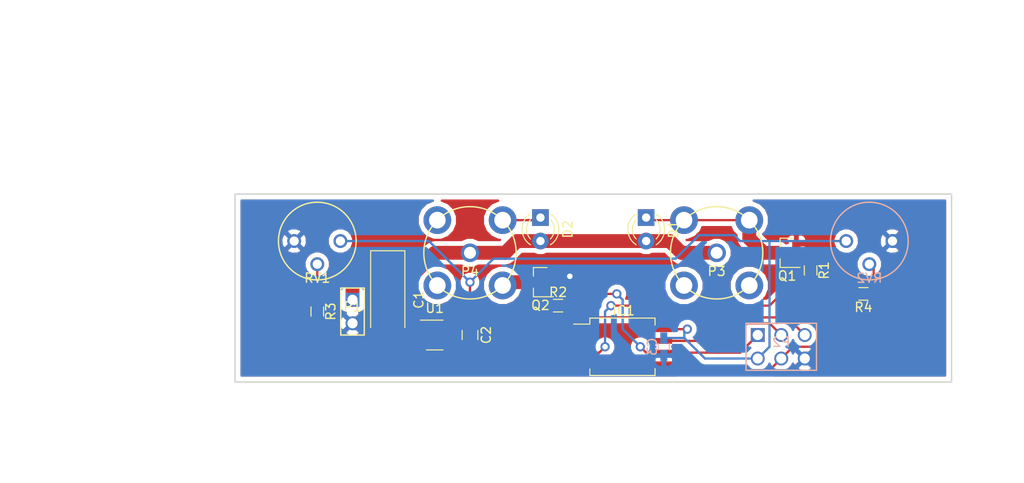
<source format=kicad_pcb>
(kicad_pcb (version 4) (host pcbnew 4.0.7)

  (general
    (links 45)
    (no_connects 5)
    (area 53.824287 76.04 167.87 129.700001)
    (thickness 1.6)
    (drawings 24)
    (tracks 151)
    (zones 0)
    (modules 19)
    (nets 17)
  )

  (page A4)
  (layers
    (0 F.Cu signal)
    (31 B.Cu signal)
    (32 B.Adhes user)
    (33 F.Adhes user)
    (34 B.Paste user)
    (35 F.Paste user)
    (36 B.SilkS user)
    (37 F.SilkS user)
    (38 B.Mask user)
    (39 F.Mask user)
    (40 Dwgs.User user)
    (41 Cmts.User user)
    (42 Eco1.User user)
    (43 Eco2.User user)
    (44 Edge.Cuts user)
    (45 Margin user)
    (46 B.CrtYd user)
    (47 F.CrtYd user)
    (48 B.Fab user)
    (49 F.Fab user)
  )

  (setup
    (last_trace_width 0.25)
    (trace_clearance 0.2)
    (zone_clearance 0.508)
    (zone_45_only no)
    (trace_min 0.2)
    (segment_width 0.2)
    (edge_width 0.15)
    (via_size 1)
    (via_drill 0.6)
    (via_min_size 0.4)
    (via_min_drill 0.3)
    (uvia_size 0.3)
    (uvia_drill 0.1)
    (uvias_allowed no)
    (uvia_min_size 0.2)
    (uvia_min_drill 0.1)
    (pcb_text_width 0.3)
    (pcb_text_size 1.5 1.5)
    (mod_edge_width 0.15)
    (mod_text_size 1 1)
    (mod_text_width 0.15)
    (pad_size 2 2)
    (pad_drill 1.3)
    (pad_to_mask_clearance 0.2)
    (aux_axis_origin 0 0)
    (visible_elements FFFFFF7F)
    (pcbplotparams
      (layerselection 0x010c0_80000001)
      (usegerberextensions false)
      (excludeedgelayer true)
      (linewidth 0.100000)
      (plotframeref false)
      (viasonmask false)
      (mode 1)
      (useauxorigin false)
      (hpglpennumber 1)
      (hpglpenspeed 20)
      (hpglpendiameter 15)
      (hpglpenoverlay 2)
      (psnegative false)
      (psa4output false)
      (plotreference true)
      (plotvalue true)
      (plotinvisibletext false)
      (padsonsilk false)
      (subtractmaskfromsilk false)
      (outputformat 1)
      (mirror false)
      (drillshape 0)
      (scaleselection 1)
      (outputdirectory ""))
  )

  (net 0 "")
  (net 1 +12V)
  (net 2 GND)
  (net 3 +5V)
  (net 4 "Net-(D1-Pad1)")
  (net 5 "Net-(D2-Pad1)")
  (net 6 "Net-(IC1-Pad1)")
  (net 7 "Net-(IC1-Pad2)")
  (net 8 "Net-(IC1-Pad3)")
  (net 9 "Net-(IC1-Pad5)")
  (net 10 "Net-(IC1-Pad6)")
  (net 11 "Net-(IC1-Pad7)")
  (net 12 "Net-(Q1-Pad3)")
  (net 13 "Net-(Q2-Pad3)")
  (net 14 "Net-(R3-Pad1)")
  (net 15 "Net-(R4-Pad1)")
  (net 16 "Net-(U1-Pad4)")

  (net_class Default "Dies ist die voreingestellte Netzklasse."
    (clearance 0.2)
    (trace_width 0.25)
    (via_dia 1)
    (via_drill 0.6)
    (uvia_dia 0.3)
    (uvia_drill 0.1)
    (add_net +5V)
    (add_net GND)
    (add_net "Net-(IC1-Pad1)")
    (add_net "Net-(IC1-Pad2)")
    (add_net "Net-(IC1-Pad3)")
    (add_net "Net-(IC1-Pad5)")
    (add_net "Net-(IC1-Pad6)")
    (add_net "Net-(IC1-Pad7)")
    (add_net "Net-(Q1-Pad3)")
    (add_net "Net-(Q2-Pad3)")
    (add_net "Net-(R3-Pad1)")
    (add_net "Net-(R4-Pad1)")
    (add_net "Net-(U1-Pad4)")
  )

  (net_class power ""
    (clearance 0.2)
    (trace_width 1.5)
    (via_dia 1)
    (via_drill 0.6)
    (uvia_dia 0.3)
    (uvia_drill 0.1)
    (add_net +12V)
    (add_net "Net-(D1-Pad1)")
    (add_net "Net-(D2-Pad1)")
  )

  (module Capacitors_Tantalum_SMD:CP_Tantalum_Case-C_EIA-6032-28_Hand (layer F.Cu) (tedit 58CC8C08) (tstamp 5A60EA3C)
    (at 95.25 107.95 270)
    (descr "Tantalum capacitor, Case C, EIA 6032-28, 6.0x3.2x2.5mm, Hand soldering footprint")
    (tags "capacitor tantalum smd")
    (path /5A60B222)
    (attr smd)
    (fp_text reference C1 (at 0 -3.35 270) (layer F.SilkS)
      (effects (font (size 1 1) (thickness 0.15)))
    )
    (fp_text value 10u (at 0 3.35 270) (layer F.Fab)
      (effects (font (size 1 1) (thickness 0.15)))
    )
    (fp_text user %R (at 0 0 270) (layer F.Fab)
      (effects (font (size 1 1) (thickness 0.15)))
    )
    (fp_line (start -5.4 -2) (end -5.4 2) (layer F.CrtYd) (width 0.05))
    (fp_line (start -5.4 2) (end 5.4 2) (layer F.CrtYd) (width 0.05))
    (fp_line (start 5.4 2) (end 5.4 -2) (layer F.CrtYd) (width 0.05))
    (fp_line (start 5.4 -2) (end -5.4 -2) (layer F.CrtYd) (width 0.05))
    (fp_line (start -3 -1.6) (end -3 1.6) (layer F.Fab) (width 0.1))
    (fp_line (start -3 1.6) (end 3 1.6) (layer F.Fab) (width 0.1))
    (fp_line (start 3 1.6) (end 3 -1.6) (layer F.Fab) (width 0.1))
    (fp_line (start 3 -1.6) (end -3 -1.6) (layer F.Fab) (width 0.1))
    (fp_line (start -2.4 -1.6) (end -2.4 1.6) (layer F.Fab) (width 0.1))
    (fp_line (start -2.1 -1.6) (end -2.1 1.6) (layer F.Fab) (width 0.1))
    (fp_line (start -5.3 -1.85) (end 3 -1.85) (layer F.SilkS) (width 0.12))
    (fp_line (start -5.3 1.85) (end 3 1.85) (layer F.SilkS) (width 0.12))
    (fp_line (start -5.3 -1.85) (end -5.3 1.85) (layer F.SilkS) (width 0.12))
    (pad 1 smd rect (at -3.125 0 270) (size 3.75 2.5) (layers F.Cu F.Paste F.Mask)
      (net 1 +12V))
    (pad 2 smd rect (at 3.125 0 270) (size 3.75 2.5) (layers F.Cu F.Paste F.Mask)
      (net 2 GND))
    (model Capacitors_Tantalum_SMD.3dshapes/CP_Tantalum_Case-C_EIA-6032-28.wrl
      (at (xyz 0 0 0))
      (scale (xyz 1 1 1))
      (rotate (xyz 0 0 0))
    )
  )

  (module Capacitors_SMD:C_0805_HandSoldering (layer F.Cu) (tedit 58AA84A8) (tstamp 5A60EA42)
    (at 104.14 111.76 270)
    (descr "Capacitor SMD 0805, hand soldering")
    (tags "capacitor 0805")
    (path /5A60DB33)
    (attr smd)
    (fp_text reference C2 (at 0 -1.75 270) (layer F.SilkS)
      (effects (font (size 1 1) (thickness 0.15)))
    )
    (fp_text value 4.7u (at 0 1.75 270) (layer F.Fab)
      (effects (font (size 1 1) (thickness 0.15)))
    )
    (fp_text user %R (at 0 -1.75 270) (layer F.Fab)
      (effects (font (size 1 1) (thickness 0.15)))
    )
    (fp_line (start -1 0.62) (end -1 -0.62) (layer F.Fab) (width 0.1))
    (fp_line (start 1 0.62) (end -1 0.62) (layer F.Fab) (width 0.1))
    (fp_line (start 1 -0.62) (end 1 0.62) (layer F.Fab) (width 0.1))
    (fp_line (start -1 -0.62) (end 1 -0.62) (layer F.Fab) (width 0.1))
    (fp_line (start 0.5 -0.85) (end -0.5 -0.85) (layer F.SilkS) (width 0.12))
    (fp_line (start -0.5 0.85) (end 0.5 0.85) (layer F.SilkS) (width 0.12))
    (fp_line (start -2.25 -0.88) (end 2.25 -0.88) (layer F.CrtYd) (width 0.05))
    (fp_line (start -2.25 -0.88) (end -2.25 0.87) (layer F.CrtYd) (width 0.05))
    (fp_line (start 2.25 0.87) (end 2.25 -0.88) (layer F.CrtYd) (width 0.05))
    (fp_line (start 2.25 0.87) (end -2.25 0.87) (layer F.CrtYd) (width 0.05))
    (pad 1 smd rect (at -1.25 0 270) (size 1.5 1.25) (layers F.Cu F.Paste F.Mask)
      (net 3 +5V))
    (pad 2 smd rect (at 1.25 0 270) (size 1.5 1.25) (layers F.Cu F.Paste F.Mask)
      (net 2 GND))
    (model Capacitors_SMD.3dshapes/C_0805.wrl
      (at (xyz 0 0 0))
      (scale (xyz 1 1 1))
      (rotate (xyz 0 0 0))
    )
  )

  (module Capacitors_SMD:C_0603_HandSoldering (layer B.Cu) (tedit 58AA848B) (tstamp 5A60EA48)
    (at 125.095 113.03 270)
    (descr "Capacitor SMD 0603, hand soldering")
    (tags "capacitor 0603")
    (path /5A60AAA8)
    (attr smd)
    (fp_text reference C3 (at 0 1.25 270) (layer B.SilkS)
      (effects (font (size 1 1) (thickness 0.15)) (justify mirror))
    )
    (fp_text value 0.1u (at 0 -1.5 270) (layer B.Fab)
      (effects (font (size 1 1) (thickness 0.15)) (justify mirror))
    )
    (fp_text user %R (at 0 1.25 270) (layer B.Fab)
      (effects (font (size 1 1) (thickness 0.15)) (justify mirror))
    )
    (fp_line (start -0.8 -0.4) (end -0.8 0.4) (layer B.Fab) (width 0.1))
    (fp_line (start 0.8 -0.4) (end -0.8 -0.4) (layer B.Fab) (width 0.1))
    (fp_line (start 0.8 0.4) (end 0.8 -0.4) (layer B.Fab) (width 0.1))
    (fp_line (start -0.8 0.4) (end 0.8 0.4) (layer B.Fab) (width 0.1))
    (fp_line (start -0.35 0.6) (end 0.35 0.6) (layer B.SilkS) (width 0.12))
    (fp_line (start 0.35 -0.6) (end -0.35 -0.6) (layer B.SilkS) (width 0.12))
    (fp_line (start -1.8 0.65) (end 1.8 0.65) (layer B.CrtYd) (width 0.05))
    (fp_line (start -1.8 0.65) (end -1.8 -0.65) (layer B.CrtYd) (width 0.05))
    (fp_line (start 1.8 -0.65) (end 1.8 0.65) (layer B.CrtYd) (width 0.05))
    (fp_line (start 1.8 -0.65) (end -1.8 -0.65) (layer B.CrtYd) (width 0.05))
    (pad 1 smd rect (at -0.95 0 270) (size 1.2 0.75) (layers B.Cu B.Paste B.Mask)
      (net 3 +5V))
    (pad 2 smd rect (at 0.95 0 270) (size 1.2 0.75) (layers B.Cu B.Paste B.Mask)
      (net 2 GND))
    (model Capacitors_SMD.3dshapes/C_0603.wrl
      (at (xyz 0 0 0))
      (scale (xyz 1 1 1))
      (rotate (xyz 0 0 0))
    )
  )

  (module LEDs:LED_D3.0mm (layer F.Cu) (tedit 587A3A7B) (tstamp 5A60EA4E)
    (at 123.19 99.06 270)
    (descr "LED, diameter 3.0mm, 2 pins")
    (tags "LED diameter 3.0mm 2 pins")
    (path /5A60BB3C)
    (fp_text reference D1 (at 1.27 -2.96 270) (layer F.SilkS)
      (effects (font (size 1 1) (thickness 0.15)))
    )
    (fp_text value HLMP-1601 (at 1.27 2.96 270) (layer F.Fab)
      (effects (font (size 1 1) (thickness 0.15)))
    )
    (fp_arc (start 1.27 0) (end -0.23 -1.16619) (angle 284.3) (layer F.Fab) (width 0.1))
    (fp_arc (start 1.27 0) (end -0.29 -1.235516) (angle 108.8) (layer F.SilkS) (width 0.12))
    (fp_arc (start 1.27 0) (end -0.29 1.235516) (angle -108.8) (layer F.SilkS) (width 0.12))
    (fp_arc (start 1.27 0) (end 0.229039 -1.08) (angle 87.9) (layer F.SilkS) (width 0.12))
    (fp_arc (start 1.27 0) (end 0.229039 1.08) (angle -87.9) (layer F.SilkS) (width 0.12))
    (fp_circle (center 1.27 0) (end 2.77 0) (layer F.Fab) (width 0.1))
    (fp_line (start -0.23 -1.16619) (end -0.23 1.16619) (layer F.Fab) (width 0.1))
    (fp_line (start -0.29 -1.236) (end -0.29 -1.08) (layer F.SilkS) (width 0.12))
    (fp_line (start -0.29 1.08) (end -0.29 1.236) (layer F.SilkS) (width 0.12))
    (fp_line (start -1.15 -2.25) (end -1.15 2.25) (layer F.CrtYd) (width 0.05))
    (fp_line (start -1.15 2.25) (end 3.7 2.25) (layer F.CrtYd) (width 0.05))
    (fp_line (start 3.7 2.25) (end 3.7 -2.25) (layer F.CrtYd) (width 0.05))
    (fp_line (start 3.7 -2.25) (end -1.15 -2.25) (layer F.CrtYd) (width 0.05))
    (pad 1 thru_hole rect (at 0 0 270) (size 1.8 1.8) (drill 0.9) (layers *.Cu *.Mask)
      (net 4 "Net-(D1-Pad1)"))
    (pad 2 thru_hole circle (at 2.54 0 270) (size 1.8 1.8) (drill 0.9) (layers *.Cu *.Mask)
      (net 1 +12V))
    (model ${KISYS3DMOD}/LEDs.3dshapes/LED_D3.0mm.wrl
      (at (xyz 0 0 0))
      (scale (xyz 0.393701 0.393701 0.393701))
      (rotate (xyz 0 0 0))
    )
  )

  (module LEDs:LED_D3.0mm (layer F.Cu) (tedit 587A3A7B) (tstamp 5A60EA54)
    (at 111.76 99.06 270)
    (descr "LED, diameter 3.0mm, 2 pins")
    (tags "LED diameter 3.0mm 2 pins")
    (path /5A60B388)
    (fp_text reference D2 (at 1.27 -2.96 270) (layer F.SilkS)
      (effects (font (size 1 1) (thickness 0.15)))
    )
    (fp_text value HLMP-1601 (at 1.27 2.96 270) (layer F.Fab)
      (effects (font (size 1 1) (thickness 0.15)))
    )
    (fp_arc (start 1.27 0) (end -0.23 -1.16619) (angle 284.3) (layer F.Fab) (width 0.1))
    (fp_arc (start 1.27 0) (end -0.29 -1.235516) (angle 108.8) (layer F.SilkS) (width 0.12))
    (fp_arc (start 1.27 0) (end -0.29 1.235516) (angle -108.8) (layer F.SilkS) (width 0.12))
    (fp_arc (start 1.27 0) (end 0.229039 -1.08) (angle 87.9) (layer F.SilkS) (width 0.12))
    (fp_arc (start 1.27 0) (end 0.229039 1.08) (angle -87.9) (layer F.SilkS) (width 0.12))
    (fp_circle (center 1.27 0) (end 2.77 0) (layer F.Fab) (width 0.1))
    (fp_line (start -0.23 -1.16619) (end -0.23 1.16619) (layer F.Fab) (width 0.1))
    (fp_line (start -0.29 -1.236) (end -0.29 -1.08) (layer F.SilkS) (width 0.12))
    (fp_line (start -0.29 1.08) (end -0.29 1.236) (layer F.SilkS) (width 0.12))
    (fp_line (start -1.15 -2.25) (end -1.15 2.25) (layer F.CrtYd) (width 0.05))
    (fp_line (start -1.15 2.25) (end 3.7 2.25) (layer F.CrtYd) (width 0.05))
    (fp_line (start 3.7 2.25) (end 3.7 -2.25) (layer F.CrtYd) (width 0.05))
    (fp_line (start 3.7 -2.25) (end -1.15 -2.25) (layer F.CrtYd) (width 0.05))
    (pad 1 thru_hole rect (at 0 0 270) (size 1.8 1.8) (drill 0.9) (layers *.Cu *.Mask)
      (net 5 "Net-(D2-Pad1)"))
    (pad 2 thru_hole circle (at 2.54 0 270) (size 1.8 1.8) (drill 0.9) (layers *.Cu *.Mask)
      (net 1 +12V))
    (model ${KISYS3DMOD}/LEDs.3dshapes/LED_D3.0mm.wrl
      (at (xyz 0 0 0))
      (scale (xyz 0.393701 0.393701 0.393701))
      (rotate (xyz 0 0 0))
    )
  )

  (module heater:RC-5231 (layer F.Cu) (tedit 5A60E20C) (tstamp 5A60EA7A)
    (at 130.81 102.87)
    (path /5A60BB42)
    (fp_text reference P3 (at 0 2) (layer F.SilkS)
      (effects (font (size 1 1) (thickness 0.15)))
    )
    (fp_text value Heater (at 0 -1.5) (layer F.Fab)
      (effects (font (size 1 1) (thickness 0.15)))
    )
    (fp_circle (center 0 0) (end 3.53 3.53) (layer F.SilkS) (width 0.15))
    (pad 1 thru_hole circle (at 0 0) (size 2 2) (drill 1.3) (layers *.Cu *.Mask)
      (net 1 +12V))
    (pad 2 thru_hole circle (at 3.53 -3.53) (size 3 3) (drill 1.8) (layers *.Cu *.Mask)
      (net 4 "Net-(D1-Pad1)"))
    (pad 2 thru_hole circle (at -3.53 3.53) (size 3 3) (drill 1.8) (layers *.Cu *.Mask)
      (net 4 "Net-(D1-Pad1)"))
    (pad 2 thru_hole circle (at -3.53 -3.53) (size 3 3) (drill 1.8) (layers *.Cu *.Mask)
      (net 4 "Net-(D1-Pad1)"))
    (pad 2 thru_hole circle (at 3.53 3.53) (size 3 3) (drill 1.8) (layers *.Cu *.Mask)
      (net 4 "Net-(D1-Pad1)"))
  )

  (module heater:RC-5231 (layer F.Cu) (tedit 5A60EC43) (tstamp 5A60EA84)
    (at 104.14 102.87)
    (path /5A60B3EF)
    (fp_text reference P4 (at 0 2) (layer F.SilkS)
      (effects (font (size 1 1) (thickness 0.15)))
    )
    (fp_text value Heater (at 0 -1.5) (layer F.Fab)
      (effects (font (size 1 1) (thickness 0.15)))
    )
    (fp_circle (center 0 0) (end 3.53 3.53) (layer F.SilkS) (width 0.15))
    (pad 1 thru_hole circle (at 0 0) (size 2 2) (drill 1.3) (layers *.Cu *.Mask)
      (net 1 +12V))
    (pad 2 thru_hole circle (at 3.53 -3.53) (size 3 3) (drill 1.8) (layers *.Cu *.Mask)
      (net 5 "Net-(D2-Pad1)"))
    (pad 2 thru_hole circle (at -3.53 3.53) (size 3 3) (drill 1.8) (layers *.Cu *.Mask)
      (net 5 "Net-(D2-Pad1)"))
    (pad 2 thru_hole circle (at -3.53 -3.53) (size 3 3) (drill 1.8) (layers *.Cu *.Mask)
      (net 5 "Net-(D2-Pad1)"))
    (pad 2 thru_hole circle (at 3.53 3.53) (size 3 3) (drill 1.8) (layers *.Cu *.Mask)
      (net 5 "Net-(D2-Pad1)"))
  )

  (module Resistors_SMD:R_0603_HandSoldering (layer F.Cu) (tedit 58E0A804) (tstamp 5A60EA98)
    (at 140.97 104.775 270)
    (descr "Resistor SMD 0603, hand soldering")
    (tags "resistor 0603")
    (path /5A60BB5C)
    (attr smd)
    (fp_text reference R1 (at 0 -1.45 270) (layer F.SilkS)
      (effects (font (size 1 1) (thickness 0.15)))
    )
    (fp_text value 1k (at 0 1.55 270) (layer F.Fab)
      (effects (font (size 1 1) (thickness 0.15)))
    )
    (fp_text user %R (at 0 0 270) (layer F.Fab)
      (effects (font (size 0.4 0.4) (thickness 0.075)))
    )
    (fp_line (start -0.8 0.4) (end -0.8 -0.4) (layer F.Fab) (width 0.1))
    (fp_line (start 0.8 0.4) (end -0.8 0.4) (layer F.Fab) (width 0.1))
    (fp_line (start 0.8 -0.4) (end 0.8 0.4) (layer F.Fab) (width 0.1))
    (fp_line (start -0.8 -0.4) (end 0.8 -0.4) (layer F.Fab) (width 0.1))
    (fp_line (start 0.5 0.68) (end -0.5 0.68) (layer F.SilkS) (width 0.12))
    (fp_line (start -0.5 -0.68) (end 0.5 -0.68) (layer F.SilkS) (width 0.12))
    (fp_line (start -1.96 -0.7) (end 1.95 -0.7) (layer F.CrtYd) (width 0.05))
    (fp_line (start -1.96 -0.7) (end -1.96 0.7) (layer F.CrtYd) (width 0.05))
    (fp_line (start 1.95 0.7) (end 1.95 -0.7) (layer F.CrtYd) (width 0.05))
    (fp_line (start 1.95 0.7) (end -1.96 0.7) (layer F.CrtYd) (width 0.05))
    (pad 1 smd rect (at -1.1 0 270) (size 1.2 0.9) (layers F.Cu F.Paste F.Mask)
      (net 12 "Net-(Q1-Pad3)"))
    (pad 2 smd rect (at 1.1 0 270) (size 1.2 0.9) (layers F.Cu F.Paste F.Mask)
      (net 9 "Net-(IC1-Pad5)"))
    (model ${KISYS3DMOD}/Resistors_SMD.3dshapes/R_0603.wrl
      (at (xyz 0 0 0))
      (scale (xyz 1 1 1))
      (rotate (xyz 0 0 0))
    )
  )

  (module Resistors_SMD:R_0603_HandSoldering (layer F.Cu) (tedit 58E0A804) (tstamp 5A60EA9E)
    (at 113.665 108.585)
    (descr "Resistor SMD 0603, hand soldering")
    (tags "resistor 0603")
    (path /5A60B90A)
    (attr smd)
    (fp_text reference R2 (at 0 -1.45) (layer F.SilkS)
      (effects (font (size 1 1) (thickness 0.15)))
    )
    (fp_text value 1k (at 0 1.55) (layer F.Fab)
      (effects (font (size 1 1) (thickness 0.15)))
    )
    (fp_text user %R (at 0 0) (layer F.Fab)
      (effects (font (size 0.4 0.4) (thickness 0.075)))
    )
    (fp_line (start -0.8 0.4) (end -0.8 -0.4) (layer F.Fab) (width 0.1))
    (fp_line (start 0.8 0.4) (end -0.8 0.4) (layer F.Fab) (width 0.1))
    (fp_line (start 0.8 -0.4) (end 0.8 0.4) (layer F.Fab) (width 0.1))
    (fp_line (start -0.8 -0.4) (end 0.8 -0.4) (layer F.Fab) (width 0.1))
    (fp_line (start 0.5 0.68) (end -0.5 0.68) (layer F.SilkS) (width 0.12))
    (fp_line (start -0.5 -0.68) (end 0.5 -0.68) (layer F.SilkS) (width 0.12))
    (fp_line (start -1.96 -0.7) (end 1.95 -0.7) (layer F.CrtYd) (width 0.05))
    (fp_line (start -1.96 -0.7) (end -1.96 0.7) (layer F.CrtYd) (width 0.05))
    (fp_line (start 1.95 0.7) (end 1.95 -0.7) (layer F.CrtYd) (width 0.05))
    (fp_line (start 1.95 0.7) (end -1.96 0.7) (layer F.CrtYd) (width 0.05))
    (pad 1 smd rect (at -1.1 0) (size 1.2 0.9) (layers F.Cu F.Paste F.Mask)
      (net 13 "Net-(Q2-Pad3)"))
    (pad 2 smd rect (at 1.1 0) (size 1.2 0.9) (layers F.Cu F.Paste F.Mask)
      (net 10 "Net-(IC1-Pad6)"))
    (model ${KISYS3DMOD}/Resistors_SMD.3dshapes/R_0603.wrl
      (at (xyz 0 0 0))
      (scale (xyz 1 1 1))
      (rotate (xyz 0 0 0))
    )
  )

  (module Resistors_SMD:R_0603_HandSoldering (layer F.Cu) (tedit 58E0A804) (tstamp 5A60EAA4)
    (at 87.63 109.22 270)
    (descr "Resistor SMD 0603, hand soldering")
    (tags "resistor 0603")
    (path /5A60D217)
    (attr smd)
    (fp_text reference R3 (at 0 -1.45 270) (layer F.SilkS)
      (effects (font (size 1 1) (thickness 0.15)))
    )
    (fp_text value 10k (at 0 1.55 270) (layer F.Fab)
      (effects (font (size 1 1) (thickness 0.15)))
    )
    (fp_text user %R (at 0 0 270) (layer F.Fab)
      (effects (font (size 0.4 0.4) (thickness 0.075)))
    )
    (fp_line (start -0.8 0.4) (end -0.8 -0.4) (layer F.Fab) (width 0.1))
    (fp_line (start 0.8 0.4) (end -0.8 0.4) (layer F.Fab) (width 0.1))
    (fp_line (start 0.8 -0.4) (end 0.8 0.4) (layer F.Fab) (width 0.1))
    (fp_line (start -0.8 -0.4) (end 0.8 -0.4) (layer F.Fab) (width 0.1))
    (fp_line (start 0.5 0.68) (end -0.5 0.68) (layer F.SilkS) (width 0.12))
    (fp_line (start -0.5 -0.68) (end 0.5 -0.68) (layer F.SilkS) (width 0.12))
    (fp_line (start -1.96 -0.7) (end 1.95 -0.7) (layer F.CrtYd) (width 0.05))
    (fp_line (start -1.96 -0.7) (end -1.96 0.7) (layer F.CrtYd) (width 0.05))
    (fp_line (start 1.95 0.7) (end 1.95 -0.7) (layer F.CrtYd) (width 0.05))
    (fp_line (start 1.95 0.7) (end -1.96 0.7) (layer F.CrtYd) (width 0.05))
    (pad 1 smd rect (at -1.1 0 270) (size 1.2 0.9) (layers F.Cu F.Paste F.Mask)
      (net 14 "Net-(R3-Pad1)"))
    (pad 2 smd rect (at 1.1 0 270) (size 1.2 0.9) (layers F.Cu F.Paste F.Mask)
      (net 7 "Net-(IC1-Pad2)"))
    (model ${KISYS3DMOD}/Resistors_SMD.3dshapes/R_0603.wrl
      (at (xyz 0 0 0))
      (scale (xyz 1 1 1))
      (rotate (xyz 0 0 0))
    )
  )

  (module Resistors_SMD:R_0603_HandSoldering (layer F.Cu) (tedit 58E0A804) (tstamp 5A60EAAA)
    (at 146.685 107.315 180)
    (descr "Resistor SMD 0603, hand soldering")
    (tags "resistor 0603")
    (path /5A60ABFB)
    (attr smd)
    (fp_text reference R4 (at 0 -1.45 180) (layer F.SilkS)
      (effects (font (size 1 1) (thickness 0.15)))
    )
    (fp_text value 10k (at 0 1.55 180) (layer F.Fab)
      (effects (font (size 1 1) (thickness 0.15)))
    )
    (fp_text user %R (at 0 0 180) (layer F.Fab)
      (effects (font (size 0.4 0.4) (thickness 0.075)))
    )
    (fp_line (start -0.8 0.4) (end -0.8 -0.4) (layer F.Fab) (width 0.1))
    (fp_line (start 0.8 0.4) (end -0.8 0.4) (layer F.Fab) (width 0.1))
    (fp_line (start 0.8 -0.4) (end 0.8 0.4) (layer F.Fab) (width 0.1))
    (fp_line (start -0.8 -0.4) (end 0.8 -0.4) (layer F.Fab) (width 0.1))
    (fp_line (start 0.5 0.68) (end -0.5 0.68) (layer F.SilkS) (width 0.12))
    (fp_line (start -0.5 -0.68) (end 0.5 -0.68) (layer F.SilkS) (width 0.12))
    (fp_line (start -1.96 -0.7) (end 1.95 -0.7) (layer F.CrtYd) (width 0.05))
    (fp_line (start -1.96 -0.7) (end -1.96 0.7) (layer F.CrtYd) (width 0.05))
    (fp_line (start 1.95 0.7) (end 1.95 -0.7) (layer F.CrtYd) (width 0.05))
    (fp_line (start 1.95 0.7) (end -1.96 0.7) (layer F.CrtYd) (width 0.05))
    (pad 1 smd rect (at -1.1 0 180) (size 1.2 0.9) (layers F.Cu F.Paste F.Mask)
      (net 15 "Net-(R4-Pad1)"))
    (pad 2 smd rect (at 1.1 0 180) (size 1.2 0.9) (layers F.Cu F.Paste F.Mask)
      (net 8 "Net-(IC1-Pad3)"))
    (model ${KISYS3DMOD}/Resistors_SMD.3dshapes/R_0603.wrl
      (at (xyz 0 0 0))
      (scale (xyz 1 1 1))
      (rotate (xyz 0 0 0))
    )
  )

  (module heater:Cermet (layer F.Cu) (tedit 5A60E48F) (tstamp 5A60EAB2)
    (at 87.63 101.6 180)
    (path /5A60D211)
    (fp_text reference RV1 (at 0 -4 180) (layer F.SilkS)
      (effects (font (size 1 1) (thickness 0.15)))
    )
    (fp_text value 100k (at 0 1.4 180) (layer F.Fab)
      (effects (font (size 1 1) (thickness 0.15)))
    )
    (fp_circle (center 0 0) (end 4.2 0) (layer F.SilkS) (width 0.15))
    (pad 1 thru_hole circle (at -2.5 0 180) (size 1.5 1.5) (drill 1) (layers *.Cu *.Mask)
      (net 3 +5V))
    (pad 2 thru_hole circle (at 0 -2.5 180) (size 1.5 1.5) (drill 1) (layers *.Cu *.Mask)
      (net 14 "Net-(R3-Pad1)"))
    (pad 3 thru_hole circle (at 2.5 0 180) (size 1.5 1.5) (drill 1) (layers *.Cu *.Mask)
      (net 2 GND))
  )

  (module heater:Cermet (layer B.Cu) (tedit 5A60E48F) (tstamp 5A60EABA)
    (at 147.32 101.6)
    (path /5A60ABBD)
    (fp_text reference RV2 (at 0 4) (layer B.SilkS)
      (effects (font (size 1 1) (thickness 0.15)) (justify mirror))
    )
    (fp_text value 100k (at 0 -1.4) (layer B.Fab)
      (effects (font (size 1 1) (thickness 0.15)) (justify mirror))
    )
    (fp_circle (center 0 0) (end 4.2 0) (layer B.SilkS) (width 0.15))
    (pad 1 thru_hole circle (at -2.5 0) (size 1.5 1.5) (drill 1) (layers *.Cu *.Mask)
      (net 3 +5V))
    (pad 2 thru_hole circle (at 0 2.5) (size 1.5 1.5) (drill 1) (layers *.Cu *.Mask)
      (net 15 "Net-(R4-Pad1)"))
    (pad 3 thru_hole circle (at 2.5 0) (size 1.5 1.5) (drill 1) (layers *.Cu *.Mask)
      (net 2 GND))
  )

  (module TO_SOT_Packages_SMD:SOT-23-5_HandSoldering (layer F.Cu) (tedit 58CE4E7E) (tstamp 5A60EAC3)
    (at 100.33 111.76)
    (descr "5-pin SOT23 package")
    (tags "SOT-23-5 hand-soldering")
    (path /5A60D769)
    (attr smd)
    (fp_text reference U1 (at 0 -2.9) (layer F.SilkS)
      (effects (font (size 1 1) (thickness 0.15)))
    )
    (fp_text value LP2985LV (at 0 2.9) (layer F.Fab)
      (effects (font (size 1 1) (thickness 0.15)))
    )
    (fp_text user %R (at 0 0 90) (layer F.Fab)
      (effects (font (size 0.5 0.5) (thickness 0.075)))
    )
    (fp_line (start -0.9 1.61) (end 0.9 1.61) (layer F.SilkS) (width 0.12))
    (fp_line (start 0.9 -1.61) (end -1.55 -1.61) (layer F.SilkS) (width 0.12))
    (fp_line (start -0.9 -0.9) (end -0.25 -1.55) (layer F.Fab) (width 0.1))
    (fp_line (start 0.9 -1.55) (end -0.25 -1.55) (layer F.Fab) (width 0.1))
    (fp_line (start -0.9 -0.9) (end -0.9 1.55) (layer F.Fab) (width 0.1))
    (fp_line (start 0.9 1.55) (end -0.9 1.55) (layer F.Fab) (width 0.1))
    (fp_line (start 0.9 -1.55) (end 0.9 1.55) (layer F.Fab) (width 0.1))
    (fp_line (start -2.38 -1.8) (end 2.38 -1.8) (layer F.CrtYd) (width 0.05))
    (fp_line (start -2.38 -1.8) (end -2.38 1.8) (layer F.CrtYd) (width 0.05))
    (fp_line (start 2.38 1.8) (end 2.38 -1.8) (layer F.CrtYd) (width 0.05))
    (fp_line (start 2.38 1.8) (end -2.38 1.8) (layer F.CrtYd) (width 0.05))
    (pad 1 smd rect (at -1.35 -0.95) (size 1.56 0.65) (layers F.Cu F.Paste F.Mask)
      (net 1 +12V))
    (pad 2 smd rect (at -1.35 0) (size 1.56 0.65) (layers F.Cu F.Paste F.Mask)
      (net 2 GND))
    (pad 3 smd rect (at -1.35 0.95) (size 1.56 0.65) (layers F.Cu F.Paste F.Mask)
      (net 1 +12V))
    (pad 4 smd rect (at 1.35 0.95) (size 1.56 0.65) (layers F.Cu F.Paste F.Mask)
      (net 16 "Net-(U1-Pad4)"))
    (pad 5 smd rect (at 1.35 -0.95) (size 1.56 0.65) (layers F.Cu F.Paste F.Mask)
      (net 3 +5V))
    (model ${KISYS3DMOD}/TO_SOT_Packages_SMD.3dshapes\SOT-23-5.wrl
      (at (xyz 0 0 0))
      (scale (xyz 1 1 1))
      (rotate (xyz 0 0 0))
    )
  )

  (module heater:Power (layer F.Cu) (tedit 5A60F024) (tstamp 5A60F1A0)
    (at 91.44 109.22 180)
    (path /5A60B184)
    (fp_text reference P1 (at 0 0.5 180) (layer F.SilkS)
      (effects (font (size 1 1) (thickness 0.15)))
    )
    (fp_text value Power (at 0 -0.5 180) (layer F.Fab)
      (effects (font (size 1 1) (thickness 0.15)))
    )
    (fp_line (start -1.27 -2.54) (end 1.27 -2.54) (layer F.SilkS) (width 0.15))
    (fp_line (start 1.27 -2.54) (end 1.27 2.54) (layer F.SilkS) (width 0.15))
    (fp_line (start 1.27 2.54) (end -1.27 2.54) (layer F.SilkS) (width 0.15))
    (fp_line (start -1.27 2.54) (end -1.27 -2.54) (layer F.SilkS) (width 0.15))
    (pad 2 thru_hole circle (at 0 -1.27 180) (size 1.5 1.5) (drill 1.1) (layers *.Cu *.Mask)
      (net 2 GND))
    (pad 1 thru_hole rect (at 0 1.27 180) (size 1.5 1.5) (drill 1.1) (layers *.Cu *.Mask)
      (net 1 +12V))
  )

  (module heater:ISP (layer B.Cu) (tedit 5A60EFC4) (tstamp 5A60F1AE)
    (at 137.795 113.03)
    (path /5A60ACCB)
    (fp_text reference P2 (at 0 -0.5) (layer B.SilkS)
      (effects (font (size 1 1) (thickness 0.15)) (justify mirror))
    )
    (fp_text value ISP (at 0 0.5) (layer B.Fab)
      (effects (font (size 1 1) (thickness 0.15)) (justify mirror))
    )
    (fp_line (start 3.81 2.54) (end 3.81 -2.54) (layer B.SilkS) (width 0.15))
    (fp_line (start 3.81 -2.54) (end -3.81 -2.54) (layer B.SilkS) (width 0.15))
    (fp_line (start -3.81 -2.54) (end -3.81 2.54) (layer B.SilkS) (width 0.15))
    (fp_line (start -3.81 2.54) (end 3.81 2.54) (layer B.SilkS) (width 0.15))
    (pad 1 thru_hole rect (at -2.54 -1.27) (size 1.5 1.5) (drill 1.1) (layers *.Cu *.Mask)
      (net 10 "Net-(IC1-Pad6)"))
    (pad 2 thru_hole circle (at -2.54 1.27) (size 1.5 1.5) (drill 1.1) (layers *.Cu *.Mask)
      (net 3 +5V))
    (pad 3 thru_hole circle (at 0 -1.27) (size 1.5 1.5) (drill 1.1) (layers *.Cu *.Mask)
      (net 11 "Net-(IC1-Pad7)"))
    (pad 4 thru_hole circle (at 0 1.27) (size 1.5 1.5) (drill 1.1) (layers *.Cu *.Mask)
      (net 9 "Net-(IC1-Pad5)"))
    (pad 5 thru_hole circle (at 2.54 -1.27) (size 1.5 1.5) (drill 1.1) (layers *.Cu *.Mask)
      (net 6 "Net-(IC1-Pad1)"))
    (pad 6 thru_hole circle (at 2.54 1.27) (size 1.5 1.5) (drill 1.1) (layers *.Cu *.Mask)
      (net 2 GND))
  )

  (module Housings_SOIC:SSO-8_6.8x5.9mm_Pitch1.27mm_Clearance7mm (layer F.Cu) (tedit 591B3EDF) (tstamp 5A60F469)
    (at 120.65 113.03)
    (descr "8-Lead Plastic Stretched Small Outline (SSO/Stretched SO), see https://docs.broadcom.com/cs/Satellite?blobcol=urldata&blobheader=application%2Fpdf&blobheadername1=Content-Disposition&blobheadername2=Content-Type&blobheadername3=MDT-Type&blobheadervalue1=attachment%3Bfilename%3DIPD-Selection-Guide_AV00-0254EN_030617.pdf&blobheadervalue2=application%2Fx-download&blobheadervalue3=abinary%253B%2Bcharset%253DUTF-8&blobkey=id&blobnocache=true&blobtable=MungoBlobs&blobwhere=1430884105675&ssbinary=true")
    (tags "SSO Stretched SO SOIC Pitch 1.27")
    (path /5A60AA45)
    (attr smd)
    (fp_text reference IC1 (at 0.1 -3.9) (layer F.SilkS)
      (effects (font (size 1 1) (thickness 0.15)))
    )
    (fp_text value ATTINY25-S (at 0 4.1) (layer F.Fab)
      (effects (font (size 1 1) (thickness 0.15)))
    )
    (fp_text user %R (at 0 0) (layer F.Fab)
      (effects (font (size 1 1) (thickness 0.15)))
    )
    (fp_line (start -3.55 -2.45) (end -5.3 -2.45) (layer F.SilkS) (width 0.12))
    (fp_line (start -3.55 2.4) (end -3.55 3.1) (layer F.SilkS) (width 0.12))
    (fp_line (start -3.55 3.1) (end 3.5 3.1) (layer F.SilkS) (width 0.12))
    (fp_line (start 3.5 3.1) (end 3.5 2.35) (layer F.SilkS) (width 0.12))
    (fp_line (start 3.5 -2.35) (end 3.5 -3.1) (layer F.SilkS) (width 0.12))
    (fp_line (start 3.5 -3.1) (end -3.55 -3.1) (layer F.SilkS) (width 0.12))
    (fp_line (start -3.55 -3.1) (end -3.55 -2.45) (layer F.SilkS) (width 0.12))
    (fp_line (start -3.4 2.95) (end 3.4 2.95) (layer F.Fab) (width 0.12))
    (fp_line (start 3.4 2.95) (end 3.4 -2.95) (layer F.Fab) (width 0.12))
    (fp_line (start 3.4 -2.95) (end -2.3 -2.95) (layer F.Fab) (width 0.12))
    (fp_line (start -2.3 -2.95) (end -3.4 -1.85) (layer F.Fab) (width 0.12))
    (fp_line (start -3.4 -1.85) (end -3.4 2.95) (layer F.Fab) (width 0.12))
    (fp_line (start -5.6 -3.2) (end 5.6 -3.2) (layer F.CrtYd) (width 0.05))
    (fp_line (start -5.6 -3.2) (end -5.6 3.2) (layer F.CrtYd) (width 0.05))
    (fp_line (start 5.6 3.2) (end 5.6 -3.2) (layer F.CrtYd) (width 0.05))
    (fp_line (start 5.6 3.2) (end -5.6 3.2) (layer F.CrtYd) (width 0.05))
    (pad 1 smd rect (at -4.27 -1.905) (size 2.16 0.64) (layers F.Cu F.Paste F.Mask)
      (net 6 "Net-(IC1-Pad1)"))
    (pad 2 smd rect (at -4.27 -0.635) (size 2.16 0.64) (layers F.Cu F.Paste F.Mask)
      (net 7 "Net-(IC1-Pad2)"))
    (pad 3 smd rect (at -4.27 0.635) (size 2.16 0.64) (layers F.Cu F.Paste F.Mask)
      (net 8 "Net-(IC1-Pad3)"))
    (pad 4 smd rect (at -4.27 1.905) (size 2.16 0.64) (layers F.Cu F.Paste F.Mask)
      (net 2 GND))
    (pad 5 smd rect (at 4.27 1.905) (size 2.16 0.64) (layers F.Cu F.Paste F.Mask)
      (net 9 "Net-(IC1-Pad5)"))
    (pad 6 smd rect (at 4.27 0.635) (size 2.16 0.64) (layers F.Cu F.Paste F.Mask)
      (net 10 "Net-(IC1-Pad6)"))
    (pad 7 smd rect (at 4.27 -0.635) (size 2.16 0.64) (layers F.Cu F.Paste F.Mask)
      (net 11 "Net-(IC1-Pad7)"))
    (pad 8 smd rect (at 4.27 -1.905) (size 2.16 0.64) (layers F.Cu F.Paste F.Mask)
      (net 3 +5V))
    (model ${KISYS3DMOD}/Housings_SOIC.3dshapes/SSO-8_6.8x5.9mm_Pitch1.27mm_Clearance7mm.wrl
      (at (xyz 0 0 0))
      (scale (xyz 1 1 1))
      (rotate (xyz 0 0 0))
    )
  )

  (module heater:SOT-23-IRLM (layer F.Cu) (tedit 5A70B207) (tstamp 5A70B4E0)
    (at 138.43 102.87 180)
    (descr "SOT-23, IR pin assignment")
    (tags SOT-23)
    (path /5A60BB36)
    (attr smd)
    (fp_text reference Q1 (at 0 -2.5 180) (layer F.SilkS)
      (effects (font (size 1 1) (thickness 0.15)))
    )
    (fp_text value IRLML0030 (at 0 2.5 180) (layer F.Fab)
      (effects (font (size 1 1) (thickness 0.15)))
    )
    (fp_text user %R (at 0 0 270) (layer F.Fab)
      (effects (font (size 0.5 0.5) (thickness 0.075)))
    )
    (fp_line (start -0.7 -0.95) (end -0.7 1.5) (layer F.Fab) (width 0.1))
    (fp_line (start -0.15 -1.52) (end 0.7 -1.52) (layer F.Fab) (width 0.1))
    (fp_line (start -0.7 -0.95) (end -0.15 -1.52) (layer F.Fab) (width 0.1))
    (fp_line (start 0.7 -1.52) (end 0.7 1.52) (layer F.Fab) (width 0.1))
    (fp_line (start -0.7 1.52) (end 0.7 1.52) (layer F.Fab) (width 0.1))
    (fp_line (start 0.76 1.58) (end 0.76 0.65) (layer F.SilkS) (width 0.12))
    (fp_line (start 0.76 -1.58) (end 0.76 -0.65) (layer F.SilkS) (width 0.12))
    (fp_line (start -1.7 -1.75) (end 1.7 -1.75) (layer F.CrtYd) (width 0.05))
    (fp_line (start 1.7 -1.75) (end 1.7 1.75) (layer F.CrtYd) (width 0.05))
    (fp_line (start 1.7 1.75) (end -1.7 1.75) (layer F.CrtYd) (width 0.05))
    (fp_line (start -1.7 1.75) (end -1.7 -1.75) (layer F.CrtYd) (width 0.05))
    (fp_line (start 0.76 -1.58) (end -1.4 -1.58) (layer F.SilkS) (width 0.12))
    (fp_line (start 0.76 1.58) (end -0.7 1.58) (layer F.SilkS) (width 0.12))
    (pad 3 smd rect (at -1 -0.95 180) (size 0.9 0.8) (layers F.Cu F.Paste F.Mask)
      (net 12 "Net-(Q1-Pad3)"))
    (pad 2 smd rect (at -1 0.95 180) (size 0.9 0.8) (layers F.Cu F.Paste F.Mask)
      (net 2 GND))
    (pad 1 smd rect (at 1 0 180) (size 0.9 0.8) (layers F.Cu F.Paste F.Mask)
      (net 4 "Net-(D1-Pad1)"))
    (model ${KISYS3DMOD}/TO_SOT_Packages_SMD.3dshapes/SOT-23.wrl
      (at (xyz 0 0 0))
      (scale (xyz 1 1 1))
      (rotate (xyz 0 0 0))
    )
  )

  (module heater:SOT-23-IRLM (layer F.Cu) (tedit 5A70B207) (tstamp 5A70B4E7)
    (at 111.76 106.045 180)
    (descr "SOT-23, IR pin assignment")
    (tags SOT-23)
    (path /5A60B305)
    (attr smd)
    (fp_text reference Q2 (at 0 -2.5 180) (layer F.SilkS)
      (effects (font (size 1 1) (thickness 0.15)))
    )
    (fp_text value IRLML0030 (at 0 2.5 180) (layer F.Fab)
      (effects (font (size 1 1) (thickness 0.15)))
    )
    (fp_text user %R (at 0 0 270) (layer F.Fab)
      (effects (font (size 0.5 0.5) (thickness 0.075)))
    )
    (fp_line (start -0.7 -0.95) (end -0.7 1.5) (layer F.Fab) (width 0.1))
    (fp_line (start -0.15 -1.52) (end 0.7 -1.52) (layer F.Fab) (width 0.1))
    (fp_line (start -0.7 -0.95) (end -0.15 -1.52) (layer F.Fab) (width 0.1))
    (fp_line (start 0.7 -1.52) (end 0.7 1.52) (layer F.Fab) (width 0.1))
    (fp_line (start -0.7 1.52) (end 0.7 1.52) (layer F.Fab) (width 0.1))
    (fp_line (start 0.76 1.58) (end 0.76 0.65) (layer F.SilkS) (width 0.12))
    (fp_line (start 0.76 -1.58) (end 0.76 -0.65) (layer F.SilkS) (width 0.12))
    (fp_line (start -1.7 -1.75) (end 1.7 -1.75) (layer F.CrtYd) (width 0.05))
    (fp_line (start 1.7 -1.75) (end 1.7 1.75) (layer F.CrtYd) (width 0.05))
    (fp_line (start 1.7 1.75) (end -1.7 1.75) (layer F.CrtYd) (width 0.05))
    (fp_line (start -1.7 1.75) (end -1.7 -1.75) (layer F.CrtYd) (width 0.05))
    (fp_line (start 0.76 -1.58) (end -1.4 -1.58) (layer F.SilkS) (width 0.12))
    (fp_line (start 0.76 1.58) (end -0.7 1.58) (layer F.SilkS) (width 0.12))
    (pad 3 smd rect (at -1 -0.95 180) (size 0.9 0.8) (layers F.Cu F.Paste F.Mask)
      (net 13 "Net-(Q2-Pad3)"))
    (pad 2 smd rect (at -1 0.95 180) (size 0.9 0.8) (layers F.Cu F.Paste F.Mask)
      (net 2 GND))
    (pad 1 smd rect (at 1 0 180) (size 0.9 0.8) (layers F.Cu F.Paste F.Mask)
      (net 5 "Net-(D2-Pad1)"))
    (model ${KISYS3DMOD}/TO_SOT_Packages_SMD.3dshapes/SOT-23.wrl
      (at (xyz 0 0 0))
      (scale (xyz 1 1 1))
      (rotate (xyz 0 0 0))
    )
  )

  (dimension 20.32 (width 0.3) (layer Cmts.User)
    (gr_text "20,320 mm" (at 127.635 128.35) (layer Cmts.User)
      (effects (font (size 1.5 1.5) (thickness 0.3)))
    )
    (feature1 (pts (xy 137.795 125.095) (xy 137.795 129.7)))
    (feature2 (pts (xy 117.475 125.095) (xy 117.475 129.7)))
    (crossbar (pts (xy 117.475 127) (xy 137.795 127)))
    (arrow1a (pts (xy 137.795 127) (xy 136.668496 127.586421)))
    (arrow1b (pts (xy 137.795 127) (xy 136.668496 126.413579)))
    (arrow2a (pts (xy 117.475 127) (xy 118.601504 127.586421)))
    (arrow2b (pts (xy 117.475 127) (xy 118.601504 126.413579)))
  )
  (dimension 6.35 (width 0.3) (layer Cmts.User)
    (gr_text "6,350 mm" (at 59.61 109.855 270) (layer Cmts.User)
      (effects (font (size 1.5 1.5) (thickness 0.3)))
    )
    (feature1 (pts (xy 74.93 113.03) (xy 58.26 113.03)))
    (feature2 (pts (xy 74.93 106.68) (xy 58.26 106.68)))
    (crossbar (pts (xy 60.96 106.68) (xy 60.96 113.03)))
    (arrow1a (pts (xy 60.96 113.03) (xy 60.373579 111.903496)))
    (arrow1b (pts (xy 60.96 113.03) (xy 61.546421 111.903496)))
    (arrow2a (pts (xy 60.96 106.68) (xy 60.373579 107.806504)))
    (arrow2b (pts (xy 60.96 106.68) (xy 61.546421 107.806504)))
  )
  (dimension 6.35 (width 0.3) (layer Cmts.User)
    (gr_text "6,350 mm" (at 63.42 103.505 90) (layer Cmts.User)
      (effects (font (size 1.5 1.5) (thickness 0.3)))
    )
    (feature1 (pts (xy 74.93 100.33) (xy 62.07 100.33)))
    (feature2 (pts (xy 74.93 106.68) (xy 62.07 106.68)))
    (crossbar (pts (xy 64.77 106.68) (xy 64.77 100.33)))
    (arrow1a (pts (xy 64.77 100.33) (xy 65.356421 101.456504)))
    (arrow1b (pts (xy 64.77 100.33) (xy 64.183579 101.456504)))
    (arrow2a (pts (xy 64.77 106.68) (xy 65.356421 105.553496)))
    (arrow2b (pts (xy 64.77 106.68) (xy 64.183579 105.553496)))
  )
  (dimension 5.08 (width 0.3) (layer Cmts.User)
    (gr_text "5,080 mm" (at 67.23 104.14 90) (layer Cmts.User)
      (effects (font (size 1.5 1.5) (thickness 0.3)))
    )
    (feature1 (pts (xy 74.93 101.6) (xy 65.88 101.6)))
    (feature2 (pts (xy 74.93 106.68) (xy 65.88 106.68)))
    (crossbar (pts (xy 68.58 106.68) (xy 68.58 101.6)))
    (arrow1a (pts (xy 68.58 101.6) (xy 69.166421 102.726504)))
    (arrow1b (pts (xy 68.58 101.6) (xy 67.993579 102.726504)))
    (arrow2a (pts (xy 68.58 106.68) (xy 69.166421 105.553496)))
    (arrow2b (pts (xy 68.58 106.68) (xy 67.993579 105.553496)))
  )
  (dimension 3.81 (width 0.3) (layer Cmts.User)
    (gr_text "3,810 mm" (at 71.04 104.775 90) (layer Cmts.User)
      (effects (font (size 1.5 1.5) (thickness 0.3)))
    )
    (feature1 (pts (xy 74.93 102.87) (xy 69.69 102.87)))
    (feature2 (pts (xy 74.93 106.68) (xy 69.69 106.68)))
    (crossbar (pts (xy 72.39 106.68) (xy 72.39 102.87)))
    (arrow1a (pts (xy 72.39 102.87) (xy 72.976421 103.996504)))
    (arrow1b (pts (xy 72.39 102.87) (xy 71.803579 103.996504)))
    (arrow2a (pts (xy 72.39 106.68) (xy 72.976421 105.553496)))
    (arrow2b (pts (xy 72.39 106.68) (xy 71.803579 105.553496)))
  )
  (dimension 29.845 (width 0.3) (layer Cmts.User)
    (gr_text "29,845 mm" (at 132.3975 77.39) (layer Cmts.User)
      (effects (font (size 1.5 1.5) (thickness 0.3)))
    )
    (feature1 (pts (xy 147.32 88.9) (xy 147.32 76.04)))
    (feature2 (pts (xy 117.475 88.9) (xy 117.475 76.04)))
    (crossbar (pts (xy 117.475 78.74) (xy 147.32 78.74)))
    (arrow1a (pts (xy 147.32 78.74) (xy 146.193496 79.326421)))
    (arrow1b (pts (xy 147.32 78.74) (xy 146.193496 78.153579)))
    (arrow2a (pts (xy 117.475 78.74) (xy 118.601504 79.326421)))
    (arrow2b (pts (xy 117.475 78.74) (xy 118.601504 78.153579)))
  )
  (dimension 13.335 (width 0.3) (layer Cmts.User)
    (gr_text "13,335 mm" (at 124.1425 81.835) (layer Cmts.User)
      (effects (font (size 1.5 1.5) (thickness 0.3)))
    )
    (feature1 (pts (xy 130.81 88.9) (xy 130.81 80.485)))
    (feature2 (pts (xy 117.475 88.9) (xy 117.475 80.485)))
    (crossbar (pts (xy 117.475 83.185) (xy 130.81 83.185)))
    (arrow1a (pts (xy 130.81 83.185) (xy 129.683496 83.771421)))
    (arrow1b (pts (xy 130.81 83.185) (xy 129.683496 82.598579)))
    (arrow2a (pts (xy 117.475 83.185) (xy 118.601504 83.771421)))
    (arrow2b (pts (xy 117.475 83.185) (xy 118.601504 82.598579)))
  )
  (dimension 5.715 (width 0.3) (layer Cmts.User)
    (gr_text "5,715 mm" (at 120.3325 86.28) (layer Cmts.User)
      (effects (font (size 1.5 1.5) (thickness 0.3)))
    )
    (feature1 (pts (xy 123.19 88.9) (xy 123.19 84.93)))
    (feature2 (pts (xy 117.475 88.9) (xy 117.475 84.93)))
    (crossbar (pts (xy 117.475 87.63) (xy 123.19 87.63)))
    (arrow1a (pts (xy 123.19 87.63) (xy 122.063496 88.216421)))
    (arrow1b (pts (xy 123.19 87.63) (xy 122.063496 87.043579)))
    (arrow2a (pts (xy 117.475 87.63) (xy 118.601504 88.216421)))
    (arrow2b (pts (xy 117.475 87.63) (xy 118.601504 87.043579)))
  )
  (gr_line (start 78.74 106.68) (end 74.93 106.68) (angle 90) (layer Cmts.User) (width 0.2))
  (gr_line (start 111.76 100.33) (end 74.93 100.33) (angle 90) (layer Cmts.User) (width 0.2))
  (gr_line (start 104.14 102.87) (end 74.93 102.87) (angle 90) (layer Cmts.User) (width 0.2))
  (gr_line (start 87.63 101.6) (end 74.93 101.6) (angle 90) (layer Cmts.User) (width 0.2))
  (gr_line (start 123.19 100.33) (end 123.19 88.9) (angle 90) (layer Cmts.User) (width 0.2))
  (gr_line (start 147.32 101.6) (end 147.32 88.9) (angle 90) (layer Cmts.User) (width 0.2))
  (gr_line (start 130.81 102.87) (end 130.81 88.9) (angle 90) (layer Cmts.User) (width 0.2))
  (gr_line (start 117.475 125.095) (end 117.475 88.9) (angle 90) (layer Cmts.User) (width 0.2))
  (dimension 38.1 (width 0.3) (layer Cmts.User)
    (gr_text "38,100 mm" (at 137.16 122) (layer Cmts.User)
      (effects (font (size 1.5 1.5) (thickness 0.3)))
    )
    (feature1 (pts (xy 156.21 118.11) (xy 156.21 123.35)))
    (feature2 (pts (xy 118.11 118.11) (xy 118.11 123.35)))
    (crossbar (pts (xy 118.11 120.65) (xy 156.21 120.65)))
    (arrow1a (pts (xy 156.21 120.65) (xy 155.083496 121.236421)))
    (arrow1b (pts (xy 156.21 120.65) (xy 155.083496 120.063579)))
    (arrow2a (pts (xy 118.11 120.65) (xy 119.236504 121.236421)))
    (arrow2b (pts (xy 118.11 120.65) (xy 119.236504 120.063579)))
  )
  (dimension 38.1 (width 0.3) (layer Cmts.User)
    (gr_text "38,100 mm" (at 97.79 122) (layer Cmts.User)
      (effects (font (size 1.5 1.5) (thickness 0.3)))
    )
    (feature1 (pts (xy 116.84 118.11) (xy 116.84 123.35)))
    (feature2 (pts (xy 78.74 118.11) (xy 78.74 123.35)))
    (crossbar (pts (xy 78.74 120.65) (xy 116.84 120.65)))
    (arrow1a (pts (xy 116.84 120.65) (xy 115.713496 121.236421)))
    (arrow1b (pts (xy 116.84 120.65) (xy 115.713496 120.063579)))
    (arrow2a (pts (xy 78.74 120.65) (xy 79.866504 121.236421)))
    (arrow2b (pts (xy 78.74 120.65) (xy 79.866504 120.063579)))
  )
  (gr_line (start 78.74 96.52) (end 156.21 96.52) (angle 90) (layer Edge.Cuts) (width 0.15))
  (gr_line (start 78.74 116.84) (end 78.74 96.52) (angle 90) (layer Edge.Cuts) (width 0.15))
  (gr_line (start 156.21 116.84) (end 78.74 116.84) (angle 90) (layer Edge.Cuts) (width 0.15))
  (gr_line (start 156.21 96.52) (end 156.21 116.84) (angle 90) (layer Edge.Cuts) (width 0.15))
  (dimension 20.32 (width 0.3) (layer Cmts.User)
    (gr_text "20,320 mm" (at 161.37 106.68 270) (layer Cmts.User)
      (effects (font (size 1.5 1.5) (thickness 0.3)))
    )
    (feature1 (pts (xy 156.21 116.84) (xy 162.72 116.84)))
    (feature2 (pts (xy 156.21 96.52) (xy 162.72 96.52)))
    (crossbar (pts (xy 160.02 96.52) (xy 160.02 116.84)))
    (arrow1a (pts (xy 160.02 116.84) (xy 159.433579 115.713496)))
    (arrow1b (pts (xy 160.02 116.84) (xy 160.606421 115.713496)))
    (arrow2a (pts (xy 160.02 96.52) (xy 159.433579 97.646504)))
    (arrow2b (pts (xy 160.02 96.52) (xy 160.606421 97.646504)))
  )
  (dimension 77.47 (width 0.3) (layer Cmts.User)
    (gr_text "77,470 mm" (at 117.475 92.63) (layer Cmts.User)
      (effects (font (size 1.5 1.5) (thickness 0.3)))
    )
    (feature1 (pts (xy 156.21 96.52) (xy 156.21 91.28)))
    (feature2 (pts (xy 78.74 96.52) (xy 78.74 91.28)))
    (crossbar (pts (xy 78.74 93.98) (xy 156.21 93.98)))
    (arrow1a (pts (xy 156.21 93.98) (xy 155.083496 94.566421)))
    (arrow1b (pts (xy 156.21 93.98) (xy 155.083496 93.393579)))
    (arrow2a (pts (xy 78.74 93.98) (xy 79.866504 94.566421)))
    (arrow2b (pts (xy 78.74 93.98) (xy 79.866504 93.393579)))
  )

  (segment (start 98.98 110.81) (end 98.98 109.935) (width 0.25) (layer F.Cu) (net 1))
  (segment (start 97.79 108.745) (end 97.79 104.825) (width 0.25) (layer F.Cu) (net 1) (tstamp 5A6101F5))
  (segment (start 98.98 109.935) (end 97.79 108.745) (width 0.25) (layer F.Cu) (net 1) (tstamp 5A6101F4))
  (segment (start 98.98 112.71) (end 100.015 112.71) (width 0.25) (layer F.Cu) (net 1))
  (segment (start 100.015 110.81) (end 98.98 110.81) (width 0.25) (layer F.Cu) (net 1) (tstamp 5A6101ED))
  (segment (start 100.33 111.125) (end 100.015 110.81) (width 0.25) (layer F.Cu) (net 1) (tstamp 5A6101EB))
  (segment (start 100.33 112.395) (end 100.33 111.125) (width 0.25) (layer F.Cu) (net 1) (tstamp 5A6101EA))
  (segment (start 100.015 112.71) (end 100.33 112.395) (width 0.25) (layer F.Cu) (net 1) (tstamp 5A6101DB))
  (segment (start 91.44 107.95) (end 91.44 105.41) (width 1.5) (layer F.Cu) (net 1))
  (segment (start 92.025 104.825) (end 95.25 104.825) (width 1.5) (layer F.Cu) (net 1) (tstamp 5A61018D))
  (segment (start 91.44 105.41) (end 92.025 104.825) (width 1.5) (layer F.Cu) (net 1) (tstamp 5A610189))
  (segment (start 130.81 102.87) (end 127 102.87) (width 1.5) (layer F.Cu) (net 1))
  (segment (start 125.73 101.6) (end 123.19 101.6) (width 1.5) (layer F.Cu) (net 1) (tstamp 5A610105))
  (segment (start 127 102.87) (end 125.73 101.6) (width 1.5) (layer F.Cu) (net 1) (tstamp 5A6100FE))
  (segment (start 111.76 101.6) (end 123.19 101.6) (width 1.5) (layer F.Cu) (net 1))
  (segment (start 104.14 102.87) (end 107.95 102.87) (width 1.5) (layer F.Cu) (net 1))
  (segment (start 109.22 101.6) (end 111.76 101.6) (width 1.5) (layer F.Cu) (net 1) (tstamp 5A6100BE))
  (segment (start 107.95 102.87) (end 109.22 101.6) (width 1.5) (layer F.Cu) (net 1) (tstamp 5A6100BD))
  (segment (start 95.25 104.825) (end 97.79 104.825) (width 1.5) (layer F.Cu) (net 1))
  (segment (start 97.79 104.825) (end 98.375 104.825) (width 1.5) (layer F.Cu) (net 1) (tstamp 5A6101FF))
  (segment (start 98.375 104.825) (end 100.33 102.87) (width 1.5) (layer F.Cu) (net 1) (tstamp 5A6100B0))
  (segment (start 100.33 102.87) (end 104.14 102.87) (width 1.5) (layer F.Cu) (net 1) (tstamp 5A6100B4))
  (segment (start 112.76 105.095) (end 114.62 105.095) (width 0.25) (layer F.Cu) (net 2) (status 400000))
  (segment (start 109.855 110.49) (end 107.95 110.49) (width 0.25) (layer B.Cu) (net 2) (tstamp 5A70B981))
  (segment (start 114.935 105.41) (end 109.855 110.49) (width 0.25) (layer B.Cu) (net 2) (tstamp 5A70B980))
  (via (at 114.935 105.41) (size 1) (drill 0.6) (layers F.Cu B.Cu) (net 2))
  (segment (start 114.62 105.095) (end 114.935 105.41) (width 0.25) (layer F.Cu) (net 2) (tstamp 5A70B979))
  (segment (start 139.43 101.92) (end 139.43 99.965) (width 0.25) (layer F.Cu) (net 2) (status 400000))
  (segment (start 147.28 99.06) (end 149.82 101.6) (width 0.25) (layer F.Cu) (net 2) (tstamp 5A70B94B) (status 800000))
  (segment (start 140.335 99.06) (end 147.28 99.06) (width 0.25) (layer F.Cu) (net 2) (tstamp 5A70B947))
  (segment (start 139.43 99.965) (end 140.335 99.06) (width 0.25) (layer F.Cu) (net 2) (tstamp 5A70B944))
  (segment (start 140.335 114.3) (end 150.495 114.3) (width 1.5) (layer B.Cu) (net 2))
  (segment (start 150.495 114.3) (end 154.305 110.49) (width 1.5) (layer B.Cu) (net 2) (tstamp 5A70B60D))
  (segment (start 154.305 110.49) (end 154.305 102.235) (width 1.5) (layer B.Cu) (net 2) (tstamp 5A70B60F))
  (segment (start 154.305 102.235) (end 153.67 101.6) (width 1.5) (layer B.Cu) (net 2) (tstamp 5A70B610))
  (segment (start 153.67 101.6) (end 149.82 101.6) (width 1.5) (layer B.Cu) (net 2) (tstamp 5A70B612))
  (segment (start 125.095 113.98) (end 111.44 113.98) (width 0.25) (layer B.Cu) (net 2))
  (segment (start 111.44 113.98) (end 107.95 110.49) (width 0.25) (layer B.Cu) (net 2) (tstamp 5A610BC0))
  (segment (start 140.335 114.3) (end 139.065 115.57) (width 0.25) (layer B.Cu) (net 2))
  (segment (start 127.315 113.98) (end 125.095 113.98) (width 0.25) (layer B.Cu) (net 2) (tstamp 5A610A73))
  (segment (start 128.905 115.57) (end 127.315 113.98) (width 0.25) (layer B.Cu) (net 2) (tstamp 5A610A6F))
  (segment (start 139.065 115.57) (end 128.905 115.57) (width 0.25) (layer B.Cu) (net 2) (tstamp 5A610A6E))
  (segment (start 104.14 113.01) (end 103.709998 113.01) (width 0.25) (layer F.Cu) (net 2))
  (segment (start 103.709998 113.01) (end 103.054998 113.665) (width 0.25) (layer F.Cu) (net 2) (tstamp 5A610878))
  (segment (start 103.054998 113.665) (end 95.25 113.665) (width 0.25) (layer F.Cu) (net 2) (tstamp 5A61087A))
  (segment (start 95.25 113.665) (end 95.25 111.075) (width 0.25) (layer F.Cu) (net 2) (tstamp 5A61087E))
  (segment (start 116.38 114.935) (end 85.09 114.935) (width 0.25) (layer F.Cu) (net 2))
  (segment (start 82.55 104.18) (end 85.13 101.6) (width 0.25) (layer F.Cu) (net 2) (tstamp 5A610845))
  (segment (start 82.55 112.395) (end 82.55 104.18) (width 0.25) (layer F.Cu) (net 2) (tstamp 5A610842))
  (segment (start 85.09 114.935) (end 82.55 112.395) (width 0.25) (layer F.Cu) (net 2) (tstamp 5A61083C))
  (segment (start 91.44 110.49) (end 88.9 113.03) (width 0.25) (layer B.Cu) (net 2))
  (segment (start 83.185 103.545) (end 85.13 101.6) (width 0.25) (layer B.Cu) (net 2) (tstamp 5A6107E3))
  (segment (start 83.185 110.49) (end 83.185 103.545) (width 0.25) (layer B.Cu) (net 2) (tstamp 5A6107E0))
  (segment (start 85.725 113.03) (end 83.185 110.49) (width 0.25) (layer B.Cu) (net 2) (tstamp 5A6107DF))
  (segment (start 88.9 113.03) (end 85.725 113.03) (width 0.25) (layer B.Cu) (net 2) (tstamp 5A6107DE))
  (segment (start 107.95 110.49) (end 91.44 110.49) (width 1.5) (layer B.Cu) (net 2) (tstamp 5A610712))
  (segment (start 91.44 110.49) (end 92.71 111.76) (width 0.25) (layer F.Cu) (net 2))
  (segment (start 92.71 111.76) (end 94.565 111.76) (width 0.25) (layer F.Cu) (net 2) (tstamp 5A610251))
  (segment (start 94.565 111.76) (end 95.25 111.075) (width 0.25) (layer F.Cu) (net 2) (tstamp 5A610253))
  (segment (start 98.98 111.76) (end 97.79 111.76) (width 0.25) (layer F.Cu) (net 2))
  (segment (start 97.105 111.075) (end 95.25 111.075) (width 0.25) (layer F.Cu) (net 2) (tstamp 5A61024C))
  (segment (start 97.79 111.76) (end 97.105 111.075) (width 0.25) (layer F.Cu) (net 2) (tstamp 5A610249))
  (segment (start 135.255 114.3) (end 136.525 113.03) (width 0.25) (layer B.Cu) (net 3))
  (segment (start 136.525 113.03) (end 136.525 101.6) (width 0.25) (layer B.Cu) (net 3) (tstamp 5A610AE6))
  (segment (start 124.92 111.125) (end 127.635 111.125) (width 0.25) (layer F.Cu) (net 3))
  (segment (start 127.32 111.44) (end 127.32 112.08) (width 0.25) (layer B.Cu) (net 3) (tstamp 5A610A9B))
  (segment (start 127.635 111.125) (end 127.32 111.44) (width 0.25) (layer B.Cu) (net 3) (tstamp 5A610A9A))
  (via (at 127.635 111.125) (size 1) (drill 0.6) (layers F.Cu B.Cu) (net 3))
  (segment (start 135.255 114.3) (end 129.54 114.3) (width 0.25) (layer B.Cu) (net 3))
  (segment (start 127.32 112.08) (end 125.095 112.08) (width 0.25) (layer B.Cu) (net 3) (tstamp 5A610A5A))
  (segment (start 129.54 114.3) (end 127.32 112.08) (width 0.25) (layer B.Cu) (net 3) (tstamp 5A610A52))
  (segment (start 144.82 101.6) (end 136.525 101.6) (width 0.25) (layer B.Cu) (net 3))
  (segment (start 136.525 101.6) (end 133.35 101.6) (width 0.25) (layer B.Cu) (net 3) (tstamp 5A610AF1))
  (segment (start 133.35 101.6) (end 132.715 100.965) (width 0.25) (layer B.Cu) (net 3) (tstamp 5A61055E))
  (segment (start 132.715 100.965) (end 128.905 100.965) (width 0.25) (layer B.Cu) (net 3) (tstamp 5A610562))
  (segment (start 128.905 100.965) (end 126.365 103.505) (width 0.25) (layer B.Cu) (net 3) (tstamp 5A610566))
  (segment (start 126.365 103.505) (end 106.68 103.505) (width 0.25) (layer B.Cu) (net 3) (tstamp 5A61056A))
  (segment (start 106.68 103.505) (end 104.14 106.045) (width 0.25) (layer B.Cu) (net 3) (tstamp 5A61056C))
  (segment (start 101.68 110.81) (end 101.68 109.775) (width 0.25) (layer F.Cu) (net 3))
  (segment (start 99.695 101.6) (end 90.13 101.6) (width 0.25) (layer B.Cu) (net 3) (tstamp 5A61051F))
  (segment (start 104.14 106.045) (end 99.695 101.6) (width 0.25) (layer B.Cu) (net 3) (tstamp 5A61051E))
  (via (at 104.14 106.045) (size 1) (drill 0.6) (layers F.Cu B.Cu) (net 3))
  (segment (start 104.14 107.315) (end 104.14 106.045) (width 0.25) (layer F.Cu) (net 3) (tstamp 5A610516))
  (segment (start 101.68 109.775) (end 104.14 107.315) (width 0.25) (layer F.Cu) (net 3) (tstamp 5A610514))
  (segment (start 101.68 110.81) (end 103.84 110.81) (width 0.25) (layer F.Cu) (net 3))
  (segment (start 103.84 110.81) (end 104.14 110.51) (width 0.25) (layer F.Cu) (net 3) (tstamp 5A610233))
  (segment (start 137.43 102.87) (end 135.89 102.87) (width 1.5) (layer F.Cu) (net 4) (status 400000))
  (segment (start 134.34 101.32) (end 134.34 99.34) (width 1.5) (layer F.Cu) (net 4) (tstamp 5A70B920) (status 800000))
  (segment (start 135.89 102.87) (end 134.34 101.32) (width 1.5) (layer F.Cu) (net 4) (tstamp 5A70B91B))
  (segment (start 134.34 99.34) (end 127.28 99.34) (width 0.25) (layer F.Cu) (net 4) (status C00000))
  (segment (start 127.28 99.34) (end 123.47 99.34) (width 0.25) (layer F.Cu) (net 4))
  (segment (start 123.47 99.34) (end 123.19 99.06) (width 0.25) (layer F.Cu) (net 4) (tstamp 5A610321))
  (segment (start 134.38 99.38) (end 134.34 99.34) (width 1.5) (layer F.Cu) (net 4) (tstamp 5A610137))
  (segment (start 110.76 106.045) (end 108.025 106.045) (width 1.5) (layer F.Cu) (net 5) (status C00000))
  (segment (start 108.025 106.045) (end 107.67 106.4) (width 1.5) (layer F.Cu) (net 5) (tstamp 5A70B90A) (status C00000))
  (segment (start 107.67 99.34) (end 111.48 99.34) (width 0.25) (layer F.Cu) (net 5))
  (segment (start 111.48 99.34) (end 111.76 99.06) (width 0.25) (layer F.Cu) (net 5) (tstamp 5A610313))
  (segment (start 140.335 111.76) (end 138.43 109.855) (width 0.25) (layer F.Cu) (net 6))
  (segment (start 116.38 110.315) (end 116.38 111.125) (width 0.25) (layer F.Cu) (net 6) (tstamp 5A6108F9))
  (segment (start 116.84 109.855) (end 116.38 110.315) (width 0.25) (layer F.Cu) (net 6) (tstamp 5A6108F2))
  (segment (start 138.43 109.855) (end 116.84 109.855) (width 0.25) (layer F.Cu) (net 6) (tstamp 5A6108F0))
  (segment (start 116.38 112.395) (end 107.315 112.395) (width 0.25) (layer F.Cu) (net 7))
  (segment (start 87.63 113.03) (end 87.63 110.32) (width 0.25) (layer F.Cu) (net 7) (tstamp 5A61046B))
  (segment (start 88.9 114.3) (end 87.63 113.03) (width 0.25) (layer F.Cu) (net 7) (tstamp 5A610464))
  (segment (start 92.71 114.3) (end 88.9 114.3) (width 0.25) (layer F.Cu) (net 7) (tstamp 5A610462))
  (segment (start 105.41 114.3) (end 92.71 114.3) (width 0.25) (layer F.Cu) (net 7) (tstamp 5A610460))
  (segment (start 107.315 112.395) (end 105.41 114.3) (width 0.25) (layer F.Cu) (net 7) (tstamp 5A61045D))
  (segment (start 145.585 107.315) (end 137.795 107.315) (width 0.25) (layer F.Cu) (net 8))
  (segment (start 118.11 113.665) (end 116.38 113.665) (width 0.25) (layer F.Cu) (net 8) (tstamp 5A610B97))
  (segment (start 118.745 113.03) (end 118.11 113.665) (width 0.25) (layer F.Cu) (net 8) (tstamp 5A610B96))
  (via (at 118.745 113.03) (size 1) (drill 0.6) (layers F.Cu B.Cu) (net 8))
  (segment (start 118.745 109.22) (end 118.745 113.03) (width 0.25) (layer B.Cu) (net 8) (tstamp 5A610B8F))
  (segment (start 119.38 108.585) (end 118.745 109.22) (width 0.25) (layer B.Cu) (net 8) (tstamp 5A610B8E))
  (via (at 119.38 108.585) (size 1) (drill 0.6) (layers F.Cu B.Cu) (net 8))
  (segment (start 136.525 108.585) (end 119.38 108.585) (width 0.25) (layer F.Cu) (net 8) (tstamp 5A610B84))
  (segment (start 137.795 107.315) (end 136.525 108.585) (width 0.25) (layer F.Cu) (net 8) (tstamp 5A610B7D))
  (segment (start 137.795 114.3) (end 139.065 113.03) (width 0.25) (layer F.Cu) (net 9))
  (segment (start 143.045 105.875) (end 140.97 105.875) (width 0.25) (layer F.Cu) (net 9) (tstamp 5A70B650))
  (segment (start 146.685 102.235) (end 143.045 105.875) (width 0.25) (layer F.Cu) (net 9) (tstamp 5A70B64E))
  (segment (start 147.955 102.235) (end 146.685 102.235) (width 0.25) (layer F.Cu) (net 9) (tstamp 5A70B64C))
  (segment (start 149.86 104.14) (end 147.955 102.235) (width 0.25) (layer F.Cu) (net 9) (tstamp 5A70B64A))
  (segment (start 149.86 109.855) (end 149.86 104.14) (width 0.25) (layer F.Cu) (net 9) (tstamp 5A70B646))
  (segment (start 146.685 113.03) (end 149.86 109.855) (width 0.25) (layer F.Cu) (net 9) (tstamp 5A70B645))
  (segment (start 139.065 113.03) (end 146.685 113.03) (width 0.25) (layer F.Cu) (net 9) (tstamp 5A70B643))
  (segment (start 137.795 114.3) (end 136.525 115.57) (width 0.25) (layer F.Cu) (net 9))
  (segment (start 126.365 114.935) (end 124.92 114.935) (width 0.25) (layer F.Cu) (net 9) (tstamp 5A61067F))
  (segment (start 127 115.57) (end 126.365 114.935) (width 0.25) (layer F.Cu) (net 9) (tstamp 5A61067D))
  (segment (start 136.525 115.57) (end 127 115.57) (width 0.25) (layer F.Cu) (net 9) (tstamp 5A61067C))
  (segment (start 124.92 113.665) (end 123.19 113.665) (width 0.25) (layer F.Cu) (net 10) (status 400000))
  (segment (start 116.84 108.585) (end 114.765 108.585) (width 0.25) (layer F.Cu) (net 10) (tstamp 5A70B831) (status 800000))
  (segment (start 118.11 107.315) (end 116.84 108.585) (width 0.25) (layer F.Cu) (net 10) (tstamp 5A70B830))
  (segment (start 120.015 107.315) (end 118.11 107.315) (width 0.25) (layer F.Cu) (net 10) (tstamp 5A70B82F))
  (via (at 120.015 107.315) (size 1) (drill 0.6) (layers F.Cu B.Cu) (net 10))
  (segment (start 120.65 107.95) (end 120.015 107.315) (width 0.25) (layer B.Cu) (net 10) (tstamp 5A70B82A))
  (segment (start 120.65 111.125) (end 120.65 107.95) (width 0.25) (layer B.Cu) (net 10) (tstamp 5A70B81D))
  (segment (start 122.555 113.03) (end 120.65 111.125) (width 0.25) (layer B.Cu) (net 10) (tstamp 5A70B81C))
  (via (at 122.555 113.03) (size 1) (drill 0.6) (layers F.Cu B.Cu) (net 10))
  (segment (start 123.19 113.665) (end 122.555 113.03) (width 0.25) (layer F.Cu) (net 10) (tstamp 5A70B801))
  (segment (start 124.92 113.665) (end 133.35 113.665) (width 0.25) (layer F.Cu) (net 10))
  (segment (start 133.35 113.665) (end 135.255 111.76) (width 0.25) (layer F.Cu) (net 10) (tstamp 5A610687))
  (segment (start 124.92 112.395) (end 132.08 112.395) (width 0.25) (layer F.Cu) (net 11))
  (segment (start 136.525 110.49) (end 137.795 111.76) (width 0.25) (layer F.Cu) (net 11) (tstamp 5A6108E4))
  (segment (start 133.985 110.49) (end 136.525 110.49) (width 0.25) (layer F.Cu) (net 11) (tstamp 5A6108E3))
  (segment (start 132.08 112.395) (end 133.985 110.49) (width 0.25) (layer F.Cu) (net 11) (tstamp 5A6108DF))
  (segment (start 139.43 103.82) (end 140.825 103.82) (width 0.25) (layer F.Cu) (net 12))
  (segment (start 140.825 103.82) (end 140.97 103.675) (width 0.25) (layer F.Cu) (net 12) (tstamp 5A70B669))
  (segment (start 112.76 106.995) (end 112.76 108.39) (width 0.25) (layer F.Cu) (net 13) (status C00000))
  (segment (start 112.76 108.39) (end 112.565 108.585) (width 0.25) (layer F.Cu) (net 13) (tstamp 5A70B8E1) (status C00000))
  (segment (start 87.63 104.1) (end 87.63 108.12) (width 0.25) (layer F.Cu) (net 14))
  (segment (start 147.785 107.315) (end 147.785 104.565) (width 0.25) (layer F.Cu) (net 15))
  (segment (start 147.785 104.565) (end 147.32 104.1) (width 0.25) (layer F.Cu) (net 15) (tstamp 5A6107F3))

  (zone (net 2) (net_name GND) (layer F.Cu) (tstamp 5A610BE5) (hatch edge 0.508)
    (connect_pads (clearance 0.508))
    (min_thickness 0.254)
    (fill yes (arc_segments 16) (thermal_gap 0.508) (thermal_bridge_width 0.508))
    (polygon
      (pts
        (xy 156.21 116.84) (xy 78.74 116.84) (xy 78.74 96.52) (xy 156.21 96.52)
      )
    )
    (filled_polygon
      (pts
        (xy 155.5 116.13) (xy 137.028579 116.13) (xy 137.062401 116.107401) (xy 137.4948 115.675002) (xy 137.518298 115.684759)
        (xy 138.069285 115.68524) (xy 138.578515 115.474831) (xy 138.782183 115.271517) (xy 139.543088 115.271517) (xy 139.611077 115.51246)
        (xy 140.130171 115.697201) (xy 140.680448 115.66923) (xy 141.058923 115.51246) (xy 141.126912 115.271517) (xy 140.335 114.479605)
        (xy 139.543088 115.271517) (xy 138.782183 115.271517) (xy 138.968461 115.085564) (xy 139.058377 114.869021) (xy 139.12254 115.023923)
        (xy 139.363483 115.091912) (xy 140.155395 114.3) (xy 140.141253 114.285858) (xy 140.320858 114.106253) (xy 140.335 114.120395)
        (xy 140.349143 114.106253) (xy 140.528748 114.285858) (xy 140.514605 114.3) (xy 141.306517 115.091912) (xy 141.54746 115.023923)
        (xy 141.732201 114.504829) (xy 141.70423 113.954552) (xy 141.63607 113.79) (xy 146.685 113.79) (xy 146.975839 113.732148)
        (xy 147.222401 113.567401) (xy 150.397401 110.392401) (xy 150.562148 110.145839) (xy 150.62 109.855) (xy 150.62 104.14)
        (xy 150.562148 103.849161) (xy 150.397401 103.602599) (xy 149.783449 102.988647) (xy 150.165448 102.96923) (xy 150.543923 102.81246)
        (xy 150.611912 102.571517) (xy 149.82 101.779605) (xy 149.805858 101.793748) (xy 149.626253 101.614143) (xy 149.640395 101.6)
        (xy 149.999605 101.6) (xy 150.791517 102.391912) (xy 151.03246 102.323923) (xy 151.217201 101.804829) (xy 151.18923 101.254552)
        (xy 151.03246 100.876077) (xy 150.791517 100.808088) (xy 149.999605 101.6) (xy 149.640395 101.6) (xy 148.848483 100.808088)
        (xy 148.60754 100.876077) (xy 148.422799 101.395171) (xy 148.436265 101.66009) (xy 148.245839 101.532852) (xy 147.955 101.475)
        (xy 146.685 101.475) (xy 146.39416 101.532852) (xy 146.204949 101.659279) (xy 146.20524 101.325715) (xy 145.994831 100.816485)
        (xy 145.807157 100.628483) (xy 149.028088 100.628483) (xy 149.82 101.420395) (xy 150.611912 100.628483) (xy 150.543923 100.38754)
        (xy 150.024829 100.202799) (xy 149.474552 100.23077) (xy 149.096077 100.38754) (xy 149.028088 100.628483) (xy 145.807157 100.628483)
        (xy 145.605564 100.426539) (xy 145.096702 100.215241) (xy 144.545715 100.21476) (xy 144.036485 100.425169) (xy 143.646539 100.814436)
        (xy 143.435241 101.323298) (xy 143.43476 101.874285) (xy 143.645169 102.383515) (xy 144.034436 102.773461) (xy 144.543298 102.984759)
        (xy 144.860162 102.985036) (xy 142.730198 105.115) (xy 142.037334 105.115) (xy 142.023162 105.039683) (xy 141.88409 104.823559)
        (xy 141.814289 104.775866) (xy 141.871441 104.73909) (xy 142.016431 104.52689) (xy 142.06744 104.275) (xy 142.06744 103.075)
        (xy 142.023162 102.839683) (xy 141.88409 102.623559) (xy 141.67189 102.478569) (xy 141.42 102.42756) (xy 140.52 102.42756)
        (xy 140.515 102.428501) (xy 140.515 102.20575) (xy 140.35625 102.047) (xy 139.557 102.047) (xy 139.557 102.067)
        (xy 139.303 102.067) (xy 139.303 102.047) (xy 139.283 102.047) (xy 139.283 101.793) (xy 139.303 101.793)
        (xy 139.303 101.04375) (xy 139.557 101.04375) (xy 139.557 101.793) (xy 140.35625 101.793) (xy 140.515 101.63425)
        (xy 140.515 101.39369) (xy 140.418327 101.160301) (xy 140.239698 100.981673) (xy 140.006309 100.885) (xy 139.71575 100.885)
        (xy 139.557 101.04375) (xy 139.303 101.04375) (xy 139.14425 100.885) (xy 138.853691 100.885) (xy 138.620302 100.981673)
        (xy 138.441673 101.160301) (xy 138.345 101.39369) (xy 138.345 101.63425) (xy 138.503748 101.792998) (xy 138.345 101.792998)
        (xy 138.345 101.847664) (xy 137.960017 101.590427) (xy 137.43 101.485) (xy 136.463686 101.485) (xy 135.839007 100.860321)
        (xy 136.148909 100.550959) (xy 136.474628 99.766541) (xy 136.47537 98.917185) (xy 136.15102 98.1322) (xy 135.550959 97.531091)
        (xy 134.825852 97.23) (xy 155.5 97.23)
      )
    )
    (filled_polygon
      (pts
        (xy 99.4022 97.52898) (xy 98.801091 98.129041) (xy 98.475372 98.913459) (xy 98.47463 99.762815) (xy 98.79898 100.5478)
        (xy 99.399041 101.148909) (xy 100.183459 101.474628) (xy 101.032815 101.47537) (xy 101.8178 101.15102) (xy 102.418909 100.550959)
        (xy 102.744628 99.766541) (xy 102.74537 98.917185) (xy 102.42102 98.1322) (xy 101.820959 97.531091) (xy 101.095852 97.23)
        (xy 107.185785 97.23) (xy 106.4622 97.52898) (xy 105.861091 98.129041) (xy 105.535372 98.913459) (xy 105.53463 99.762815)
        (xy 105.85898 100.5478) (xy 106.459041 101.148909) (xy 107.243459 101.474628) (xy 107.386561 101.474753) (xy 107.376314 101.485)
        (xy 105.067641 101.485) (xy 105.067363 101.484722) (xy 104.466648 101.235284) (xy 103.816205 101.234716) (xy 103.215057 101.483106)
        (xy 103.21316 101.485) (xy 100.33 101.485) (xy 99.799984 101.590426) (xy 99.350657 101.890657) (xy 97.801314 103.44)
        (xy 97.14744 103.44) (xy 97.14744 102.95) (xy 97.103162 102.714683) (xy 96.96409 102.498559) (xy 96.75189 102.353569)
        (xy 96.5 102.30256) (xy 94 102.30256) (xy 93.764683 102.346838) (xy 93.548559 102.48591) (xy 93.403569 102.69811)
        (xy 93.35256 102.95) (xy 93.35256 103.44) (xy 92.025 103.44) (xy 91.494983 103.545427) (xy 91.07912 103.823298)
        (xy 91.045657 103.845657) (xy 90.460657 104.430657) (xy 90.160427 104.879983) (xy 90.055 105.41) (xy 90.055 107.138569)
        (xy 90.04256 107.2) (xy 90.04256 108.7) (xy 90.086838 108.935317) (xy 90.22591 109.151441) (xy 90.43811 109.296431)
        (xy 90.69 109.34744) (xy 90.696353 109.34744) (xy 90.648088 109.518483) (xy 91.44 110.310395) (xy 92.231912 109.518483)
        (xy 92.183647 109.34744) (xy 92.19 109.34744) (xy 92.425317 109.303162) (xy 92.641441 109.16409) (xy 92.703207 109.073691)
        (xy 93.365 109.073691) (xy 93.365 110.78925) (xy 93.52375 110.948) (xy 95.123 110.948) (xy 95.123 108.72375)
        (xy 94.96425 108.565) (xy 93.87369 108.565) (xy 93.640301 108.661673) (xy 93.461673 108.840302) (xy 93.365 109.073691)
        (xy 92.703207 109.073691) (xy 92.786431 108.95189) (xy 92.83744 108.7) (xy 92.83744 107.2) (xy 92.825 107.133887)
        (xy 92.825 106.21) (xy 93.35256 106.21) (xy 93.35256 106.7) (xy 93.396838 106.935317) (xy 93.53591 107.151441)
        (xy 93.74811 107.296431) (xy 94 107.34744) (xy 96.5 107.34744) (xy 96.735317 107.303162) (xy 96.951441 107.16409)
        (xy 97.03 107.049115) (xy 97.03 108.745) (xy 97.058778 108.889675) (xy 97.038327 108.840302) (xy 96.859699 108.661673)
        (xy 96.62631 108.565) (xy 95.53575 108.565) (xy 95.377 108.72375) (xy 95.377 110.948) (xy 96.97625 110.948)
        (xy 97.135 110.78925) (xy 97.135 109.106401) (xy 97.252599 109.282401) (xy 97.896141 109.925943) (xy 97.748559 110.02091)
        (xy 97.603569 110.23311) (xy 97.55256 110.485) (xy 97.55256 111.135) (xy 97.578919 111.275086) (xy 97.565 111.30869)
        (xy 97.565 111.47425) (xy 97.72375 111.633) (xy 97.804051 111.633) (xy 97.94811 111.731431) (xy 98.08512 111.759176)
        (xy 97.964683 111.781838) (xy 97.801257 111.887) (xy 97.72375 111.887) (xy 97.565 112.04575) (xy 97.565 112.21131)
        (xy 97.580268 112.248171) (xy 97.55256 112.385) (xy 97.55256 113.035) (xy 97.596838 113.270317) (xy 97.73591 113.486441)
        (xy 97.814296 113.54) (xy 96.734949 113.54) (xy 96.859699 113.488327) (xy 97.038327 113.309698) (xy 97.135 113.076309)
        (xy 97.135 111.36075) (xy 96.97625 111.202) (xy 95.377 111.202) (xy 95.377 111.222) (xy 95.123 111.222)
        (xy 95.123 111.202) (xy 93.52375 111.202) (xy 93.365 111.36075) (xy 93.365 113.076309) (xy 93.461673 113.309698)
        (xy 93.640301 113.488327) (xy 93.765051 113.54) (xy 89.214802 113.54) (xy 88.39 112.715198) (xy 88.39 111.475105)
        (xy 88.411116 111.461517) (xy 90.648088 111.461517) (xy 90.716077 111.70246) (xy 91.235171 111.887201) (xy 91.785448 111.85923)
        (xy 92.163923 111.70246) (xy 92.231912 111.461517) (xy 91.44 110.669605) (xy 90.648088 111.461517) (xy 88.411116 111.461517)
        (xy 88.531441 111.38409) (xy 88.676431 111.17189) (xy 88.72744 110.92) (xy 88.72744 110.285171) (xy 90.042799 110.285171)
        (xy 90.07077 110.835448) (xy 90.22754 111.213923) (xy 90.468483 111.281912) (xy 91.260395 110.49) (xy 91.619605 110.49)
        (xy 92.411517 111.281912) (xy 92.65246 111.213923) (xy 92.837201 110.694829) (xy 92.80923 110.144552) (xy 92.65246 109.766077)
        (xy 92.411517 109.698088) (xy 91.619605 110.49) (xy 91.260395 110.49) (xy 90.468483 109.698088) (xy 90.22754 109.766077)
        (xy 90.042799 110.285171) (xy 88.72744 110.285171) (xy 88.72744 109.72) (xy 88.683162 109.484683) (xy 88.54409 109.268559)
        (xy 88.474289 109.220866) (xy 88.531441 109.18409) (xy 88.676431 108.97189) (xy 88.72744 108.72) (xy 88.72744 107.52)
        (xy 88.683162 107.284683) (xy 88.54409 107.068559) (xy 88.39 106.963274) (xy 88.39 105.284547) (xy 88.413515 105.274831)
        (xy 88.803461 104.885564) (xy 89.014759 104.376702) (xy 89.01524 103.825715) (xy 88.804831 103.316485) (xy 88.415564 102.926539)
        (xy 87.906702 102.715241) (xy 87.355715 102.71476) (xy 86.846485 102.925169) (xy 86.456539 103.314436) (xy 86.245241 103.823298)
        (xy 86.24476 104.374285) (xy 86.455169 104.883515) (xy 86.844436 105.273461) (xy 86.87 105.284076) (xy 86.87 106.964895)
        (xy 86.728559 107.05591) (xy 86.583569 107.26811) (xy 86.53256 107.52) (xy 86.53256 108.72) (xy 86.576838 108.955317)
        (xy 86.71591 109.171441) (xy 86.785711 109.219134) (xy 86.728559 109.25591) (xy 86.583569 109.46811) (xy 86.53256 109.72)
        (xy 86.53256 110.92) (xy 86.576838 111.155317) (xy 86.71591 111.371441) (xy 86.87 111.476726) (xy 86.87 113.03)
        (xy 86.927852 113.320839) (xy 87.092599 113.567401) (xy 88.362599 114.837401) (xy 88.60916 115.002148) (xy 88.9 115.06)
        (xy 105.41 115.06) (xy 105.700839 115.002148) (xy 105.947401 114.837401) (xy 107.629802 113.155) (xy 114.691036 113.155)
        (xy 114.65256 113.345) (xy 114.65256 113.985) (xy 114.696838 114.220317) (xy 114.745098 114.295316) (xy 114.665 114.48869)
        (xy 114.665 114.64925) (xy 114.82375 114.808) (xy 116.253 114.808) (xy 116.253 114.788) (xy 116.507 114.788)
        (xy 116.507 114.808) (xy 117.93625 114.808) (xy 118.095 114.64925) (xy 118.095 114.48869) (xy 118.068619 114.425)
        (xy 118.11 114.425) (xy 118.400839 114.367148) (xy 118.647401 114.202401) (xy 118.684854 114.164948) (xy 118.969775 114.165197)
        (xy 119.387086 113.992767) (xy 119.706645 113.673765) (xy 119.879803 113.256756) (xy 119.880197 112.805225) (xy 119.707767 112.387914)
        (xy 119.388765 112.068355) (xy 118.971756 111.895197) (xy 118.520225 111.894803) (xy 118.105757 112.066058) (xy 118.063162 111.839683)
        (xy 118.012577 111.761072) (xy 118.056431 111.69689) (xy 118.10744 111.445) (xy 118.10744 110.805) (xy 118.071689 110.615)
        (xy 123.231036 110.615) (xy 123.19256 110.805) (xy 123.19256 111.445) (xy 123.236838 111.680317) (xy 123.287423 111.758928)
        (xy 123.243569 111.82311) (xy 123.194283 112.066494) (xy 122.781756 111.895197) (xy 122.330225 111.894803) (xy 121.912914 112.067233)
        (xy 121.593355 112.386235) (xy 121.420197 112.803244) (xy 121.419803 113.254775) (xy 121.592233 113.672086) (xy 121.911235 113.991645)
        (xy 122.328244 114.164803) (xy 122.615251 114.165053) (xy 122.652599 114.202401) (xy 122.899161 114.367148) (xy 123.19 114.425)
        (xy 123.231036 114.425) (xy 123.19256 114.615) (xy 123.19256 115.255) (xy 123.236838 115.490317) (xy 123.37591 115.706441)
        (xy 123.58811 115.851431) (xy 123.84 115.90244) (xy 126 115.90244) (xy 126.216837 115.861639) (xy 126.462599 116.107401)
        (xy 126.496421 116.13) (xy 79.45 116.13) (xy 79.45 115.22075) (xy 114.665 115.22075) (xy 114.665 115.38131)
        (xy 114.761673 115.614699) (xy 114.940302 115.793327) (xy 115.173691 115.89) (xy 116.09425 115.89) (xy 116.253 115.73125)
        (xy 116.253 115.062) (xy 116.507 115.062) (xy 116.507 115.73125) (xy 116.66575 115.89) (xy 117.586309 115.89)
        (xy 117.819698 115.793327) (xy 117.998327 115.614699) (xy 118.095 115.38131) (xy 118.095 115.22075) (xy 117.93625 115.062)
        (xy 116.507 115.062) (xy 116.253 115.062) (xy 114.82375 115.062) (xy 114.665 115.22075) (xy 79.45 115.22075)
        (xy 79.45 102.571517) (xy 84.338088 102.571517) (xy 84.406077 102.81246) (xy 84.925171 102.997201) (xy 85.475448 102.96923)
        (xy 85.853923 102.81246) (xy 85.921912 102.571517) (xy 85.13 101.779605) (xy 84.338088 102.571517) (xy 79.45 102.571517)
        (xy 79.45 101.395171) (xy 83.732799 101.395171) (xy 83.76077 101.945448) (xy 83.91754 102.323923) (xy 84.158483 102.391912)
        (xy 84.950395 101.6) (xy 85.309605 101.6) (xy 86.101517 102.391912) (xy 86.34246 102.323923) (xy 86.502482 101.874285)
        (xy 88.74476 101.874285) (xy 88.955169 102.383515) (xy 89.344436 102.773461) (xy 89.853298 102.984759) (xy 90.404285 102.98524)
        (xy 90.913515 102.774831) (xy 91.303461 102.385564) (xy 91.514759 101.876702) (xy 91.51524 101.325715) (xy 91.304831 100.816485)
        (xy 90.915564 100.426539) (xy 90.406702 100.215241) (xy 89.855715 100.21476) (xy 89.346485 100.425169) (xy 88.956539 100.814436)
        (xy 88.745241 101.323298) (xy 88.74476 101.874285) (xy 86.502482 101.874285) (xy 86.527201 101.804829) (xy 86.49923 101.254552)
        (xy 86.34246 100.876077) (xy 86.101517 100.808088) (xy 85.309605 101.6) (xy 84.950395 101.6) (xy 84.158483 100.808088)
        (xy 83.91754 100.876077) (xy 83.732799 101.395171) (xy 79.45 101.395171) (xy 79.45 100.628483) (xy 84.338088 100.628483)
        (xy 85.13 101.420395) (xy 85.921912 100.628483) (xy 85.853923 100.38754) (xy 85.334829 100.202799) (xy 84.784552 100.23077)
        (xy 84.406077 100.38754) (xy 84.338088 100.628483) (xy 79.45 100.628483) (xy 79.45 97.23) (xy 100.125785 97.23)
      )
    )
    (filled_polygon
      (pts
        (xy 132.52898 100.5478) (xy 132.955 100.974564) (xy 132.955 101.32) (xy 133.060427 101.850017) (xy 133.247517 102.130017)
        (xy 133.360657 102.299343) (xy 134.910657 103.849343) (xy 135.359983 104.149573) (xy 135.89 104.255) (xy 137.43 104.255)
        (xy 137.960017 104.149573) (xy 138.33256 103.900648) (xy 138.33256 104.22) (xy 138.376838 104.455317) (xy 138.51591 104.671441)
        (xy 138.72811 104.816431) (xy 138.98 104.86744) (xy 139.88 104.86744) (xy 140.052054 104.835066) (xy 139.923569 105.02311)
        (xy 139.87256 105.275) (xy 139.87256 106.475) (xy 139.887613 106.555) (xy 137.795 106.555) (xy 137.50416 106.612852)
        (xy 137.257599 106.777599) (xy 136.210198 107.825) (xy 135.934494 107.825) (xy 136.148909 107.610959) (xy 136.474628 106.826541)
        (xy 136.47537 105.977185) (xy 136.15102 105.1922) (xy 135.550959 104.591091) (xy 134.766541 104.265372) (xy 133.917185 104.26463)
        (xy 133.1322 104.58898) (xy 132.531091 105.189041) (xy 132.205372 105.973459) (xy 132.20463 106.822815) (xy 132.52898 107.6078)
        (xy 132.745801 107.825) (xy 128.874494 107.825) (xy 129.088909 107.610959) (xy 129.414628 106.826541) (xy 129.41537 105.977185)
        (xy 129.09102 105.1922) (xy 128.490959 104.591091) (xy 127.706541 104.265372) (xy 126.857185 104.26463) (xy 126.0722 104.58898)
        (xy 125.471091 105.189041) (xy 125.145372 105.973459) (xy 125.14463 106.822815) (xy 125.46898 107.6078) (xy 125.685801 107.825)
        (xy 121.032189 107.825) (xy 121.149803 107.541756) (xy 121.150197 107.090225) (xy 120.977767 106.672914) (xy 120.658765 106.353355)
        (xy 120.241756 106.180197) (xy 119.790225 106.179803) (xy 119.372914 106.352233) (xy 119.169793 106.555) (xy 118.11 106.555)
        (xy 117.81916 106.612852) (xy 117.572599 106.777599) (xy 116.525198 107.825) (xy 115.920105 107.825) (xy 115.82909 107.683559)
        (xy 115.61689 107.538569) (xy 115.365 107.48756) (xy 114.165 107.48756) (xy 113.929683 107.531838) (xy 113.814753 107.605793)
        (xy 113.85744 107.395) (xy 113.85744 106.595) (xy 113.813162 106.359683) (xy 113.67409 106.143559) (xy 113.53425 106.04801)
        (xy 113.569698 106.033327) (xy 113.748327 105.854699) (xy 113.845 105.62131) (xy 113.845 105.38075) (xy 113.68625 105.222)
        (xy 112.887 105.222) (xy 112.887 105.242) (xy 112.633 105.242) (xy 112.633 105.222) (xy 112.613 105.222)
        (xy 112.613 104.968) (xy 112.633 104.968) (xy 112.633 104.21875) (xy 112.887 104.21875) (xy 112.887 104.968)
        (xy 113.68625 104.968) (xy 113.845 104.80925) (xy 113.845 104.56869) (xy 113.748327 104.335301) (xy 113.569698 104.156673)
        (xy 113.336309 104.06) (xy 113.04575 104.06) (xy 112.887 104.21875) (xy 112.633 104.21875) (xy 112.47425 104.06)
        (xy 112.183691 104.06) (xy 111.950302 104.156673) (xy 111.771673 104.335301) (xy 111.675 104.56869) (xy 111.675 104.80925)
        (xy 111.833748 104.967998) (xy 111.675 104.967998) (xy 111.675 105.022664) (xy 111.290017 104.765427) (xy 110.76 104.66)
        (xy 108.949748 104.66) (xy 108.880959 104.591091) (xy 108.096541 104.265372) (xy 107.247185 104.26463) (xy 106.4622 104.58898)
        (xy 105.861091 105.189041) (xy 105.535372 105.973459) (xy 105.53463 106.822815) (xy 105.85898 107.6078) (xy 106.459041 108.208909)
        (xy 107.243459 108.534628) (xy 108.092815 108.53537) (xy 108.8778 108.21102) (xy 109.478909 107.610959) (xy 109.55405 107.43)
        (xy 110.76 107.43) (xy 111.290017 107.324573) (xy 111.66256 107.075648) (xy 111.66256 107.395) (xy 111.692777 107.555587)
        (xy 111.513559 107.67091) (xy 111.368569 107.88311) (xy 111.31756 108.135) (xy 111.31756 109.035) (xy 111.361838 109.270317)
        (xy 111.50091 109.486441) (xy 111.71311 109.631431) (xy 111.965 109.68244) (xy 113.165 109.68244) (xy 113.400317 109.638162)
        (xy 113.616441 109.49909) (xy 113.664134 109.429289) (xy 113.70091 109.486441) (xy 113.91311 109.631431) (xy 114.165 109.68244)
        (xy 115.365 109.68244) (xy 115.600317 109.638162) (xy 115.816441 109.49909) (xy 115.921726 109.345) (xy 116.275198 109.345)
        (xy 115.842599 109.777599) (xy 115.677852 110.024161) (xy 115.651317 110.15756) (xy 115.3 110.15756) (xy 115.064683 110.201838)
        (xy 114.848559 110.34091) (xy 114.703569 110.55311) (xy 114.65256 110.805) (xy 114.65256 111.445) (xy 114.688311 111.635)
        (xy 107.315 111.635) (xy 107.024161 111.692852) (xy 106.777599 111.857599) (xy 105.369724 113.265474) (xy 105.24125 113.137)
        (xy 104.267 113.137) (xy 104.267 113.157) (xy 104.013 113.157) (xy 104.013 113.137) (xy 103.993 113.137)
        (xy 103.993 112.883) (xy 104.013 112.883) (xy 104.013 112.863) (xy 104.267 112.863) (xy 104.267 112.883)
        (xy 105.24125 112.883) (xy 105.4 112.72425) (xy 105.4 112.133691) (xy 105.303327 111.900302) (xy 105.16209 111.759064)
        (xy 105.216441 111.72409) (xy 105.361431 111.51189) (xy 105.41244 111.26) (xy 105.41244 109.76) (xy 105.368162 109.524683)
        (xy 105.22909 109.308559) (xy 105.01689 109.163569) (xy 104.765 109.11256) (xy 103.515 109.11256) (xy 103.394584 109.135218)
        (xy 104.677401 107.852401) (xy 104.842148 107.60584) (xy 104.9 107.315) (xy 104.9 106.890059) (xy 105.101645 106.688765)
        (xy 105.274803 106.271756) (xy 105.275197 105.820225) (xy 105.102767 105.402914) (xy 104.783765 105.083355) (xy 104.366756 104.910197)
        (xy 103.915225 104.909803) (xy 103.497914 105.082233) (xy 103.178355 105.401235) (xy 103.005197 105.818244) (xy 103.004803 106.269775)
        (xy 103.177233 106.687086) (xy 103.38 106.890207) (xy 103.38 107.000198) (xy 101.142599 109.237599) (xy 100.977852 109.484161)
        (xy 100.92 109.775) (xy 100.92 109.83756) (xy 100.9 109.83756) (xy 100.664683 109.881838) (xy 100.448559 110.02091)
        (xy 100.363039 110.146072) (xy 100.305839 110.107852) (xy 100.266914 110.100109) (xy 100.22409 110.033559) (xy 100.01189 109.888569)
        (xy 99.76 109.83756) (xy 99.720618 109.83756) (xy 99.682148 109.644161) (xy 99.517401 109.397599) (xy 98.55 108.430198)
        (xy 98.55 107.005224) (xy 98.79898 107.6078) (xy 99.399041 108.208909) (xy 100.183459 108.534628) (xy 101.032815 108.53537)
        (xy 101.8178 108.21102) (xy 102.418909 107.610959) (xy 102.744628 106.826541) (xy 102.74537 105.977185) (xy 102.42102 105.1922)
        (xy 101.820959 104.591091) (xy 101.036541 104.265372) (xy 100.893439 104.265247) (xy 100.903686 104.255) (xy 103.212359 104.255)
        (xy 103.212637 104.255278) (xy 103.813352 104.504716) (xy 104.463795 104.505284) (xy 105.064943 104.256894) (xy 105.06684 104.255)
        (xy 107.95 104.255) (xy 108.480017 104.149573) (xy 108.929343 103.849343) (xy 109.793686 102.985) (xy 111.092733 102.985)
        (xy 111.45333 103.134733) (xy 112.063991 103.135265) (xy 112.42766 102.985) (xy 122.522733 102.985) (xy 122.88333 103.134733)
        (xy 123.493991 103.135265) (xy 123.85766 102.985) (xy 125.156314 102.985) (xy 126.020657 103.849343) (xy 126.469983 104.149573)
        (xy 127 104.255) (xy 129.882359 104.255) (xy 129.882637 104.255278) (xy 130.483352 104.504716) (xy 131.133795 104.505284)
        (xy 131.734943 104.256894) (xy 132.195278 103.797363) (xy 132.444716 103.196648) (xy 132.445284 102.546205) (xy 132.196894 101.945057)
        (xy 131.737363 101.484722) (xy 131.136648 101.235284) (xy 130.486205 101.234716) (xy 129.885057 101.483106) (xy 129.88316 101.485)
        (xy 127.573686 101.485) (xy 127.563935 101.475249) (xy 127.702815 101.47537) (xy 128.4878 101.15102) (xy 129.088909 100.550959)
        (xy 129.276164 100.1) (xy 132.343952 100.1)
      )
    )
  )
  (zone (net 2) (net_name GND) (layer B.Cu) (tstamp 5A610BFE) (hatch edge 0.508)
    (connect_pads (clearance 0.508))
    (min_thickness 0.254)
    (fill yes (arc_segments 16) (thermal_gap 0.508) (thermal_bridge_width 0.508))
    (polygon
      (pts
        (xy 156.21 116.84) (xy 78.74 116.84) (xy 78.74 96.52) (xy 156.21 96.52)
      )
    )
    (filled_polygon
      (pts
        (xy 99.4022 97.52898) (xy 98.801091 98.129041) (xy 98.475372 98.913459) (xy 98.47463 99.762815) (xy 98.79898 100.5478)
        (xy 99.090671 100.84) (xy 91.314547 100.84) (xy 91.304831 100.816485) (xy 90.915564 100.426539) (xy 90.406702 100.215241)
        (xy 89.855715 100.21476) (xy 89.346485 100.425169) (xy 88.956539 100.814436) (xy 88.745241 101.323298) (xy 88.74476 101.874285)
        (xy 88.955169 102.383515) (xy 89.344436 102.773461) (xy 89.853298 102.984759) (xy 90.404285 102.98524) (xy 90.913515 102.774831)
        (xy 91.303461 102.385564) (xy 91.314076 102.36) (xy 99.380198 102.36) (xy 101.462404 104.442206) (xy 101.036541 104.265372)
        (xy 100.187185 104.26463) (xy 99.4022 104.58898) (xy 98.801091 105.189041) (xy 98.475372 105.973459) (xy 98.47463 106.822815)
        (xy 98.79898 107.6078) (xy 99.399041 108.208909) (xy 100.183459 108.534628) (xy 101.032815 108.53537) (xy 101.8178 108.21102)
        (xy 102.418909 107.610959) (xy 102.744628 106.826541) (xy 102.74537 105.977185) (xy 102.567918 105.54772) (xy 103.005052 105.984854)
        (xy 103.004803 106.269775) (xy 103.177233 106.687086) (xy 103.496235 107.006645) (xy 103.913244 107.179803) (xy 104.364775 107.180197)
        (xy 104.782086 107.007767) (xy 105.101645 106.688765) (xy 105.274803 106.271756) (xy 105.275053 105.984749) (xy 105.712206 105.547596)
        (xy 105.535372 105.973459) (xy 105.53463 106.822815) (xy 105.85898 107.6078) (xy 106.459041 108.208909) (xy 107.243459 108.534628)
        (xy 108.092815 108.53537) (xy 108.8778 108.21102) (xy 109.478909 107.610959) (xy 109.804628 106.826541) (xy 109.80537 105.977185)
        (xy 109.48102 105.1922) (xy 108.880959 104.591091) (xy 108.096541 104.265372) (xy 107.670718 104.265) (xy 126.365 104.265)
        (xy 126.655839 104.207148) (xy 126.902401 104.042401) (xy 129.219802 101.725) (xy 129.64274 101.725) (xy 129.424722 101.942637)
        (xy 129.175284 102.543352) (xy 129.174716 103.193795) (xy 129.423106 103.794943) (xy 129.882637 104.255278) (xy 130.483352 104.504716)
        (xy 131.133795 104.505284) (xy 131.734943 104.256894) (xy 132.195278 103.797363) (xy 132.444716 103.196648) (xy 132.445284 102.546205)
        (xy 132.196894 101.945057) (xy 131.977221 101.725) (xy 132.400198 101.725) (xy 132.812599 102.137401) (xy 133.059161 102.302148)
        (xy 133.35 102.36) (xy 135.765 102.36) (xy 135.765 104.805506) (xy 135.550959 104.591091) (xy 134.766541 104.265372)
        (xy 133.917185 104.26463) (xy 133.1322 104.58898) (xy 132.531091 105.189041) (xy 132.205372 105.973459) (xy 132.20463 106.822815)
        (xy 132.52898 107.6078) (xy 133.129041 108.208909) (xy 133.913459 108.534628) (xy 134.762815 108.53537) (xy 135.5478 108.21102)
        (xy 135.765 107.994199) (xy 135.765 110.36256) (xy 134.505 110.36256) (xy 134.269683 110.406838) (xy 134.053559 110.54591)
        (xy 133.908569 110.75811) (xy 133.85756 111.01) (xy 133.85756 112.51) (xy 133.901838 112.745317) (xy 134.04091 112.961441)
        (xy 134.25311 113.106431) (xy 134.450262 113.146355) (xy 134.081539 113.514436) (xy 134.070924 113.54) (xy 129.854802 113.54)
        (xy 128.339882 112.02508) (xy 128.596645 111.768765) (xy 128.769803 111.351756) (xy 128.770197 110.900225) (xy 128.597767 110.482914)
        (xy 128.278765 110.163355) (xy 127.861756 109.990197) (xy 127.410225 109.989803) (xy 126.992914 110.162233) (xy 126.673355 110.481235)
        (xy 126.500197 110.898244) (xy 126.499829 111.32) (xy 126.087334 111.32) (xy 126.073162 111.244683) (xy 125.93409 111.028559)
        (xy 125.72189 110.883569) (xy 125.47 110.83256) (xy 124.72 110.83256) (xy 124.484683 110.876838) (xy 124.268559 111.01591)
        (xy 124.123569 111.22811) (xy 124.07256 111.48) (xy 124.07256 112.68) (xy 124.116838 112.915317) (xy 124.183329 113.018646)
        (xy 124.181673 113.020302) (xy 124.085 113.253691) (xy 124.085 113.69425) (xy 124.24375 113.853) (xy 124.968 113.853)
        (xy 124.968 113.833) (xy 125.222 113.833) (xy 125.222 113.853) (xy 125.94625 113.853) (xy 126.105 113.69425)
        (xy 126.105 113.253691) (xy 126.008327 113.020302) (xy 126.006957 113.018932) (xy 126.066431 112.93189) (xy 126.085039 112.84)
        (xy 127.005198 112.84) (xy 129.002599 114.837401) (xy 129.249161 115.002148) (xy 129.54 115.06) (xy 134.070453 115.06)
        (xy 134.080169 115.083515) (xy 134.469436 115.473461) (xy 134.978298 115.684759) (xy 135.529285 115.68524) (xy 136.038515 115.474831)
        (xy 136.428461 115.085564) (xy 136.524976 114.85313) (xy 136.620169 115.083515) (xy 137.009436 115.473461) (xy 137.518298 115.684759)
        (xy 138.069285 115.68524) (xy 138.578515 115.474831) (xy 138.782183 115.271517) (xy 139.543088 115.271517) (xy 139.611077 115.51246)
        (xy 140.130171 115.697201) (xy 140.680448 115.66923) (xy 141.058923 115.51246) (xy 141.126912 115.271517) (xy 140.335 114.479605)
        (xy 139.543088 115.271517) (xy 138.782183 115.271517) (xy 138.968461 115.085564) (xy 139.058377 114.869021) (xy 139.12254 115.023923)
        (xy 139.363483 115.091912) (xy 140.155395 114.3) (xy 140.514605 114.3) (xy 141.306517 115.091912) (xy 141.54746 115.023923)
        (xy 141.732201 114.504829) (xy 141.70423 113.954552) (xy 141.54746 113.576077) (xy 141.306517 113.508088) (xy 140.514605 114.3)
        (xy 140.155395 114.3) (xy 139.363483 113.508088) (xy 139.12254 113.576077) (xy 139.063268 113.742621) (xy 138.969831 113.516485)
        (xy 138.580564 113.126539) (xy 138.34813 113.030024) (xy 138.578515 112.934831) (xy 138.968461 112.545564) (xy 139.064976 112.31313)
        (xy 139.160169 112.543515) (xy 139.549436 112.933461) (xy 139.765979 113.023377) (xy 139.611077 113.08754) (xy 139.543088 113.328483)
        (xy 140.335 114.120395) (xy 141.126912 113.328483) (xy 141.058923 113.08754) (xy 140.892379 113.028268) (xy 141.118515 112.934831)
        (xy 141.508461 112.545564) (xy 141.719759 112.036702) (xy 141.72024 111.485715) (xy 141.509831 110.976485) (xy 141.120564 110.586539)
        (xy 140.611702 110.375241) (xy 140.060715 110.37476) (xy 139.551485 110.585169) (xy 139.161539 110.974436) (xy 139.065024 111.20687)
        (xy 138.969831 110.976485) (xy 138.580564 110.586539) (xy 138.071702 110.375241) (xy 137.520715 110.37476) (xy 137.285 110.472155)
        (xy 137.285 104.374285) (xy 145.93476 104.374285) (xy 146.145169 104.883515) (xy 146.534436 105.273461) (xy 147.043298 105.484759)
        (xy 147.594285 105.48524) (xy 148.103515 105.274831) (xy 148.493461 104.885564) (xy 148.704759 104.376702) (xy 148.70524 103.825715)
        (xy 148.494831 103.316485) (xy 148.105564 102.926539) (xy 147.596702 102.715241) (xy 147.045715 102.71476) (xy 146.536485 102.925169)
        (xy 146.146539 103.314436) (xy 145.935241 103.823298) (xy 145.93476 104.374285) (xy 137.285 104.374285) (xy 137.285 102.36)
        (xy 143.635453 102.36) (xy 143.645169 102.383515) (xy 144.034436 102.773461) (xy 144.543298 102.984759) (xy 145.094285 102.98524)
        (xy 145.603515 102.774831) (xy 145.807183 102.571517) (xy 149.028088 102.571517) (xy 149.096077 102.81246) (xy 149.615171 102.997201)
        (xy 150.165448 102.96923) (xy 150.543923 102.81246) (xy 150.611912 102.571517) (xy 149.82 101.779605) (xy 149.028088 102.571517)
        (xy 145.807183 102.571517) (xy 145.993461 102.385564) (xy 146.204759 101.876702) (xy 146.205179 101.395171) (xy 148.422799 101.395171)
        (xy 148.45077 101.945448) (xy 148.60754 102.323923) (xy 148.848483 102.391912) (xy 149.640395 101.6) (xy 149.999605 101.6)
        (xy 150.791517 102.391912) (xy 151.03246 102.323923) (xy 151.217201 101.804829) (xy 151.18923 101.254552) (xy 151.03246 100.876077)
        (xy 150.791517 100.808088) (xy 149.999605 101.6) (xy 149.640395 101.6) (xy 148.848483 100.808088) (xy 148.60754 100.876077)
        (xy 148.422799 101.395171) (xy 146.205179 101.395171) (xy 146.20524 101.325715) (xy 145.994831 100.816485) (xy 145.807157 100.628483)
        (xy 149.028088 100.628483) (xy 149.82 101.420395) (xy 150.611912 100.628483) (xy 150.543923 100.38754) (xy 150.024829 100.202799)
        (xy 149.474552 100.23077) (xy 149.096077 100.38754) (xy 149.028088 100.628483) (xy 145.807157 100.628483) (xy 145.605564 100.426539)
        (xy 145.096702 100.215241) (xy 144.545715 100.21476) (xy 144.036485 100.425169) (xy 143.646539 100.814436) (xy 143.635924 100.84)
        (xy 135.859363 100.84) (xy 136.148909 100.550959) (xy 136.474628 99.766541) (xy 136.47537 98.917185) (xy 136.15102 98.1322)
        (xy 135.550959 97.531091) (xy 134.825852 97.23) (xy 155.5 97.23) (xy 155.5 116.13) (xy 79.45 116.13)
        (xy 79.45 114.26575) (xy 124.085 114.26575) (xy 124.085 114.706309) (xy 124.181673 114.939698) (xy 124.360301 115.118327)
        (xy 124.59369 115.215) (xy 124.80925 115.215) (xy 124.968 115.05625) (xy 124.968 114.107) (xy 125.222 114.107)
        (xy 125.222 115.05625) (xy 125.38075 115.215) (xy 125.59631 115.215) (xy 125.829699 115.118327) (xy 126.008327 114.939698)
        (xy 126.105 114.706309) (xy 126.105 114.26575) (xy 125.94625 114.107) (xy 125.222 114.107) (xy 124.968 114.107)
        (xy 124.24375 114.107) (xy 124.085 114.26575) (xy 79.45 114.26575) (xy 79.45 113.254775) (xy 117.609803 113.254775)
        (xy 117.782233 113.672086) (xy 118.101235 113.991645) (xy 118.518244 114.164803) (xy 118.969775 114.165197) (xy 119.387086 113.992767)
        (xy 119.706645 113.673765) (xy 119.879803 113.256756) (xy 119.880197 112.805225) (xy 119.707767 112.387914) (xy 119.505 112.184793)
        (xy 119.505 109.72011) (xy 119.604775 109.720197) (xy 119.89 109.602344) (xy 119.89 111.125) (xy 119.947852 111.415839)
        (xy 120.112599 111.662401) (xy 121.420052 112.969854) (xy 121.419803 113.254775) (xy 121.592233 113.672086) (xy 121.911235 113.991645)
        (xy 122.328244 114.164803) (xy 122.779775 114.165197) (xy 123.197086 113.992767) (xy 123.516645 113.673765) (xy 123.689803 113.256756)
        (xy 123.690197 112.805225) (xy 123.517767 112.387914) (xy 123.198765 112.068355) (xy 122.781756 111.895197) (xy 122.494749 111.894947)
        (xy 121.41 110.810198) (xy 121.41 107.95) (xy 121.352148 107.659161) (xy 121.187401 107.412599) (xy 121.149948 107.375146)
        (xy 121.150197 107.090225) (xy 121.039706 106.822815) (xy 125.14463 106.822815) (xy 125.46898 107.6078) (xy 126.069041 108.208909)
        (xy 126.853459 108.534628) (xy 127.702815 108.53537) (xy 128.4878 108.21102) (xy 129.088909 107.610959) (xy 129.414628 106.826541)
        (xy 129.41537 105.977185) (xy 129.09102 105.1922) (xy 128.490959 104.591091) (xy 127.706541 104.265372) (xy 126.857185 104.26463)
        (xy 126.0722 104.58898) (xy 125.471091 105.189041) (xy 125.145372 105.973459) (xy 125.14463 106.822815) (xy 121.039706 106.822815)
        (xy 120.977767 106.672914) (xy 120.658765 106.353355) (xy 120.241756 106.180197) (xy 119.790225 106.179803) (xy 119.372914 106.352233)
        (xy 119.053355 106.671235) (xy 118.880197 107.088244) (xy 118.879803 107.539775) (xy 118.888214 107.56013) (xy 118.737914 107.622233)
        (xy 118.418355 107.941235) (xy 118.245197 108.358244) (xy 118.244947 108.645251) (xy 118.207599 108.682599) (xy 118.042852 108.929161)
        (xy 117.985 109.22) (xy 117.985 112.184941) (xy 117.783355 112.386235) (xy 117.610197 112.803244) (xy 117.609803 113.254775)
        (xy 79.45 113.254775) (xy 79.45 111.461517) (xy 90.648088 111.461517) (xy 90.716077 111.70246) (xy 91.235171 111.887201)
        (xy 91.785448 111.85923) (xy 92.163923 111.70246) (xy 92.231912 111.461517) (xy 91.44 110.669605) (xy 90.648088 111.461517)
        (xy 79.45 111.461517) (xy 79.45 110.285171) (xy 90.042799 110.285171) (xy 90.07077 110.835448) (xy 90.22754 111.213923)
        (xy 90.468483 111.281912) (xy 91.260395 110.49) (xy 91.619605 110.49) (xy 92.411517 111.281912) (xy 92.65246 111.213923)
        (xy 92.837201 110.694829) (xy 92.80923 110.144552) (xy 92.65246 109.766077) (xy 92.411517 109.698088) (xy 91.619605 110.49)
        (xy 91.260395 110.49) (xy 90.468483 109.698088) (xy 90.22754 109.766077) (xy 90.042799 110.285171) (xy 79.45 110.285171)
        (xy 79.45 107.2) (xy 90.04256 107.2) (xy 90.04256 108.7) (xy 90.086838 108.935317) (xy 90.22591 109.151441)
        (xy 90.43811 109.296431) (xy 90.69 109.34744) (xy 90.696353 109.34744) (xy 90.648088 109.518483) (xy 91.44 110.310395)
        (xy 92.231912 109.518483) (xy 92.183647 109.34744) (xy 92.19 109.34744) (xy 92.425317 109.303162) (xy 92.641441 109.16409)
        (xy 92.786431 108.95189) (xy 92.83744 108.7) (xy 92.83744 107.2) (xy 92.793162 106.964683) (xy 92.65409 106.748559)
        (xy 92.44189 106.603569) (xy 92.19 106.55256) (xy 90.69 106.55256) (xy 90.454683 106.596838) (xy 90.238559 106.73591)
        (xy 90.093569 106.94811) (xy 90.04256 107.2) (xy 79.45 107.2) (xy 79.45 104.374285) (xy 86.24476 104.374285)
        (xy 86.455169 104.883515) (xy 86.844436 105.273461) (xy 87.353298 105.484759) (xy 87.904285 105.48524) (xy 88.413515 105.274831)
        (xy 88.803461 104.885564) (xy 89.014759 104.376702) (xy 89.01524 103.825715) (xy 88.804831 103.316485) (xy 88.415564 102.926539)
        (xy 87.906702 102.715241) (xy 87.355715 102.71476) (xy 86.846485 102.925169) (xy 86.456539 103.314436) (xy 86.245241 103.823298)
        (xy 86.24476 104.374285) (xy 79.45 104.374285) (xy 79.45 102.571517) (xy 84.338088 102.571517) (xy 84.406077 102.81246)
        (xy 84.925171 102.997201) (xy 85.475448 102.96923) (xy 85.853923 102.81246) (xy 85.921912 102.571517) (xy 85.13 101.779605)
        (xy 84.338088 102.571517) (xy 79.45 102.571517) (xy 79.45 101.395171) (xy 83.732799 101.395171) (xy 83.76077 101.945448)
        (xy 83.91754 102.323923) (xy 84.158483 102.391912) (xy 84.950395 101.6) (xy 85.309605 101.6) (xy 86.101517 102.391912)
        (xy 86.34246 102.323923) (xy 86.527201 101.804829) (xy 86.49923 101.254552) (xy 86.34246 100.876077) (xy 86.101517 100.808088)
        (xy 85.309605 101.6) (xy 84.950395 101.6) (xy 84.158483 100.808088) (xy 83.91754 100.876077) (xy 83.732799 101.395171)
        (xy 79.45 101.395171) (xy 79.45 100.628483) (xy 84.338088 100.628483) (xy 85.13 101.420395) (xy 85.921912 100.628483)
        (xy 85.853923 100.38754) (xy 85.334829 100.202799) (xy 84.784552 100.23077) (xy 84.406077 100.38754) (xy 84.338088 100.628483)
        (xy 79.45 100.628483) (xy 79.45 97.23) (xy 100.125785 97.23)
      )
    )
  )
)

</source>
